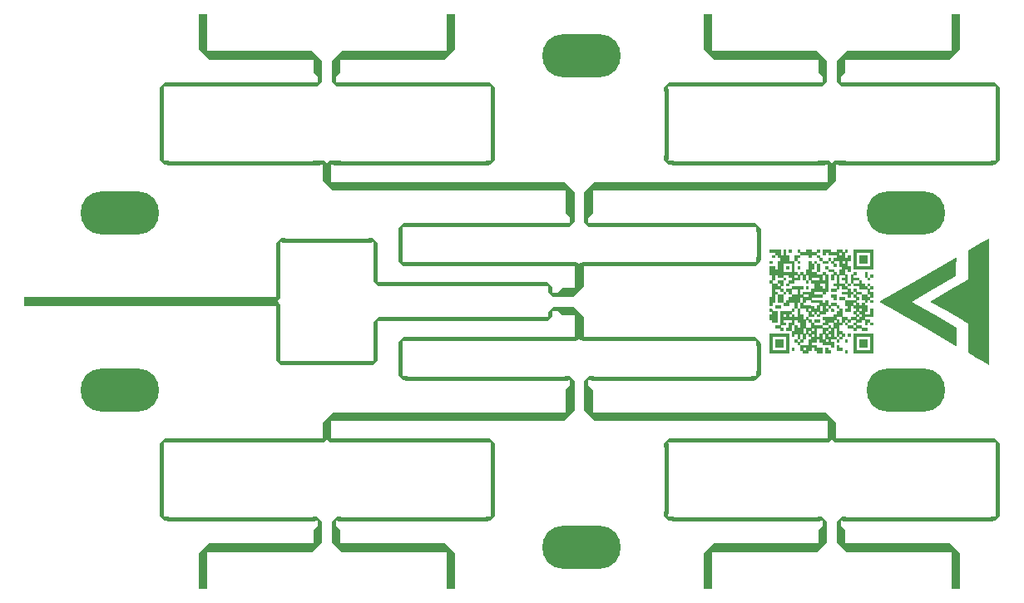
<source format=gtl>
G04 Layer: TopLayer*
G04 EasyEDA Pro v2.2.32.3, 2024-11-23 22:11:16*
G04 Gerber Generator version 0.3*
G04 Scale: 100 percent, Rotated: No, Reflected: No*
G04 Dimensions in millimeters*
G04 Leading zeros omitted, absolute positions, 3 integers and 5 decimals*
%FSLAX35Y35*%
%MOMM*%
%ADD10O,8.0X4.4*%
%ADD11R,0.635X1.1176*%
%ADD12R,0.635X1.1176*%
%ADD13R,1.1176X0.635*%
%ADD14C,0.61*%
%ADD15C,0.4388*%
%ADD16C,0.43*%
G75*


G04 Image Start*
G36*
G01X9851378Y641999D02*
G01X9850776Y641999D01*
G01X9785732Y604378D01*
G01X9720687Y566758D01*
G01X9679762Y543156D01*
G01X9638837Y519554D01*
G01X9638837Y371384D01*
G01X9638837Y223215D01*
G01X9444737Y111152D01*
G01X9250637Y-912D01*
G01X9250651Y-1331D01*
G01X9250666Y-1750D01*
G01X9409840Y-93602D01*
G01X9569015Y-185453D01*
G01X9603894Y-205514D01*
G01X9638773Y-225576D01*
G01X9638972Y-374507D01*
G01X9639171Y-523439D01*
G01X9677925Y-545798D01*
G01X9716678Y-568156D01*
G01X9783636Y-606828D01*
G01X9850595Y-645499D01*
G01X9851287Y-645499D01*
G01X9851980Y-645499D01*
G01X9851980Y-1750D01*
G01X9851980Y641999D01*
G01X9851378Y641999D01*
G37*
G36*
G01X9514896Y447571D02*
G01X9514560Y447571D01*
G01X9127194Y224020D01*
G01X8739829Y468D01*
G01X8738011Y-663D01*
G01X8736193Y-1794D01*
G01X8828547Y-55186D01*
G01X8920900Y-108578D01*
G01X9006424Y-157981D01*
G01X9091949Y-207384D01*
G01X9302085Y-328627D01*
G01X9512221Y-449871D01*
G01X9513725Y-450821D01*
G01X9515228Y-451770D01*
G01X9515228Y-357654D01*
G01X9515228Y-263538D01*
G01X9287552Y-133079D01*
G01X9059877Y-2621D01*
G01X9059349Y-2125D01*
G01X9058820Y-1629D01*
G01X9286857Y129006D01*
G01X9514894Y259640D01*
G01X9515063Y353606D01*
G01X9515232Y447571D01*
G01X9514896Y447571D01*
G37*
G36*
G01X8158149Y-501152D02*
G01X8158149Y-471305D01*
G01X8129473Y-471305D01*
G01X8100798Y-471305D01*
G01X8100798Y-457259D01*
G01X8100798Y-443213D01*
G01X8072123Y-443213D01*
G01X8043447Y-443213D01*
G01X8043447Y-429753D01*
G01X8043447Y-416292D01*
G01X8072123Y-416292D01*
G01X8100798Y-416292D01*
G01X8100798Y-402247D01*
G01X8100798Y-388201D01*
G01X8113673Y-388201D01*
G01X8126547Y-388201D01*
G01X8126547Y-402247D01*
G01X8126547Y-416292D01*
G01X8141167Y-416292D01*
G01X8155787Y-416292D01*
G01X8155944Y-430777D01*
G01X8156100Y-445262D01*
G01X8198675Y-445412D01*
G01X8241249Y-445562D01*
G01X8241249Y-459604D01*
G01X8241249Y-473646D01*
G01X8256464Y-473646D01*
G01X8271680Y-473646D01*
G01X8271680Y-443799D01*
G01X8271680Y-413951D01*
G01X8257634Y-413951D01*
G01X8243589Y-413951D01*
G01X8243589Y-401076D01*
G01X8243589Y-388201D01*
G01X8271094Y-388201D01*
G01X8298599Y-388201D01*
G01X8298599Y-402247D01*
G01X8298599Y-416292D01*
G01X8313815Y-416292D01*
G01X8329030Y-416292D01*
G01X8329030Y-402247D01*
G01X8329030Y-388201D01*
G01X8343075Y-388201D01*
G01X8357120Y-388201D01*
G01X8357120Y-373570D01*
G01X8357120Y-358939D01*
G01X8371751Y-358939D01*
G01X8386381Y-358939D01*
G01X8386381Y-343723D01*
G01X8386381Y-328507D01*
G01X8371751Y-328507D01*
G01X8357120Y-328507D01*
G01X8357120Y-314461D01*
G01X8357120Y-300415D01*
G01X8343075Y-300415D01*
G01X8329030Y-300415D01*
G01X8329030Y-272909D01*
G01X8329030Y-245403D01*
G01X8343075Y-245403D01*
G01X8357120Y-245403D01*
G01X8357120Y-230772D01*
G01X8357120Y-216141D01*
G01X8370580Y-216141D01*
G01X8384040Y-216141D01*
G01X8384040Y-230772D01*
G01X8384040Y-245403D01*
G01X8398085Y-245403D01*
G01X8412130Y-245403D01*
G01X8412130Y-259449D01*
G01X8412130Y-273494D01*
G01X8440805Y-273494D01*
G01X8469481Y-273494D01*
G01X8469481Y-288125D01*
G01X8469481Y-302756D01*
G01X8484696Y-302756D01*
G01X8499912Y-302756D01*
G01X8499912Y-288125D01*
G01X8499912Y-273494D01*
G01X8527417Y-273494D01*
G01X8554921Y-273494D01*
G01X8554921Y-288125D01*
G01X8554921Y-302756D01*
G01X8584767Y-302756D01*
G01X8614613Y-302756D01*
G01X8614613Y-286955D01*
G01X8614613Y-271153D01*
G01X8585938Y-271153D01*
G01X8557262Y-271153D01*
G01X8557262Y-257108D01*
G01X8557262Y-243062D01*
G01X8528587Y-243062D01*
G01X8499912Y-243062D01*
G01X8499912Y-229602D01*
G01X8499912Y-216141D01*
G01X8528587Y-216141D01*
G01X8557262Y-216141D01*
G01X8557262Y-202095D01*
G01X8557262Y-188050D01*
G01X8570722Y-188050D01*
G01X8584182Y-188050D01*
G01X8584182Y-216726D01*
G01X8584182Y-245403D01*
G01X8599397Y-245403D01*
G01X8614613Y-245403D01*
G01X8614613Y-230772D01*
G01X8614613Y-216141D01*
G01X8627488Y-216141D01*
G01X8640362Y-216141D01*
G01X8640362Y-230772D01*
G01X8640362Y-245403D01*
G01X8656172Y-245403D01*
G01X8671983Y-245403D01*
G01X8671827Y-229748D01*
G01X8671671Y-214093D01*
G01X8657187Y-213936D01*
G01X8642703Y-213780D01*
G01X8642703Y-199744D01*
G01X8642703Y-185709D01*
G01X8614613Y-185709D01*
G01X8586523Y-185709D01*
G01X8586523Y-172833D01*
G01X8586523Y-159958D01*
G01X8629243Y-159958D01*
G01X8671964Y-159958D01*
G01X8671964Y-116182D01*
G01X8671964Y-116182D01*
G01X8671261Y-71704D01*
G01X8671261Y-71704D01*
G01X8641064Y-71704D01*
G01X8641064Y-71704D01*
G01X8640362Y-100381D01*
G01X8640362Y-128355D01*
G01X8613442Y-128355D01*
G01X8586523Y-128355D01*
G01X8586523Y-115480D01*
G01X8586523Y-102605D01*
G01X8600568Y-102605D01*
G01X8614613Y-102605D01*
G01X8614613Y-72758D01*
G01X8614613Y-42911D01*
G01X8600568Y-42911D01*
G01X8586523Y-42911D01*
G01X8586523Y-30035D01*
G01X8586523Y-17160D01*
G01X8600568Y-17160D01*
G01X8614613Y-17160D01*
G01X8614613Y-2529D01*
G01X8614613Y12102D01*
G01X8627488Y12102D01*
G01X8640362Y12102D01*
G01X8640362Y-2529D01*
G01X8640362Y-17160D01*
G01X8656163Y-17160D01*
G01X8671964Y-17160D01*
G01X8671964Y-1359D01*
G01X8671964Y14443D01*
G01X8657333Y14443D01*
G01X8642703Y14443D01*
G01X8642703Y27318D01*
G01X8642703Y40193D01*
G01X8657333Y40193D01*
G01X8671964Y40193D01*
G01X8671964Y70040D01*
G01X8671964Y99887D01*
G01X8657333Y99887D01*
G01X8642703Y99887D01*
G01X8642703Y112763D01*
G01X8642703Y125638D01*
G01X8657333Y125638D01*
G01X8671964Y125638D01*
G01X8671964Y141439D01*
G01X8671964Y157241D01*
G01X8657333Y157241D01*
G01X8642703Y157241D01*
G01X8642703Y171286D01*
G01X8642703Y185332D01*
G01X8627488Y185332D01*
G01X8612272Y185332D01*
G01X8612272Y171286D01*
G01X8612272Y157241D01*
G01X8599408Y157241D01*
G01X8586544Y157241D01*
G01X8586387Y171140D01*
G01X8586230Y185039D01*
G01X8571746Y185196D01*
G01X8557262Y185352D01*
G01X8557262Y199388D01*
G01X8557262Y213423D01*
G01X8543217Y213423D01*
G01X8529172Y213423D01*
G01X8529172Y228054D01*
G01X8529172Y242685D01*
G01X8500497Y242685D01*
G01X8471822Y242685D01*
G01X8471822Y255561D01*
G01X8471822Y268436D01*
G01X8485867Y268436D01*
G01X8499912Y268436D01*
G01X8499912Y284237D01*
G01X8499912Y300039D01*
G01X8484696Y300039D01*
G01X8469481Y300039D01*
G01X8469481Y285408D01*
G01X8469481Y270777D01*
G01X8455436Y270777D01*
G01X8441391Y270777D01*
G01X8441391Y228054D01*
G01X8441391Y185332D01*
G01X8427931Y185332D01*
G01X8414471Y185332D01*
G01X8414471Y228054D01*
G01X8414471Y270777D01*
G01X8400426Y270777D01*
G01X8386381Y270777D01*
G01X8386381Y298283D01*
G01X8386381Y325789D01*
G01X8399255Y325789D01*
G01X8412130Y325789D01*
G01X8412130Y311743D01*
G01X8412130Y297698D01*
G01X8427931Y297698D01*
G01X8443731Y297698D01*
G01X8443731Y326960D01*
G01X8443731Y356221D01*
G01X8429101Y356221D01*
G01X8414471Y356221D01*
G01X8414471Y383728D01*
G01X8414471Y411234D01*
G01X8429101Y411234D01*
G01X8443731Y411234D01*
G01X8443731Y441081D01*
G01X8443731Y470928D01*
G01X8427931Y470928D01*
G01X8412130Y470928D01*
G01X8412130Y456882D01*
G01X8412130Y442837D01*
G01X8399255Y442837D01*
G01X8386381Y442837D01*
G01X8386381Y469758D01*
G01X8386381Y496678D01*
G01X8400426Y496678D01*
G01X8414471Y496678D01*
G01X8414471Y512480D01*
G01X8414471Y528281D01*
G01X8399255Y528281D01*
G01X8384040Y528281D01*
G01X8384040Y513650D01*
G01X8384040Y499019D01*
G01X8370580Y499019D01*
G01X8357120Y499019D01*
G01X8357120Y513650D01*
G01X8357120Y528281D01*
G01X8327860Y528281D01*
G01X8298599Y528281D01*
G01X8298599Y513650D01*
G01X8298599Y499019D01*
G01X8271094Y499019D01*
G01X8243589Y499019D01*
G01X8243589Y513650D01*
G01X8243589Y528281D01*
G01X8199699Y528281D01*
G01X8155808Y528281D01*
G01X8155808Y498434D01*
G01X8155808Y468587D01*
G01X8171023Y468587D01*
G01X8186239Y468587D01*
G01X8186239Y482633D01*
G01X8186239Y496678D01*
G01X8199113Y496678D01*
G01X8211988Y496678D01*
G01X8211988Y483335D01*
G01X8211988Y483335D01*
G01X8212690Y469289D01*
G01X8212690Y469289D01*
G01X8255996Y468587D01*
G01X8298599Y468587D01*
G01X8298599Y455722D01*
G01X8298599Y442857D01*
G01X8284115Y442701D01*
G01X8269631Y442544D01*
G01X8269475Y428059D01*
G01X8269318Y413575D01*
G01X8256464Y413575D01*
G01X8243610Y413575D01*
G01X8243453Y428059D01*
G01X8243297Y442544D01*
G01X8228446Y442700D01*
G01X8228446Y442700D01*
G01X8213291Y441647D01*
G01X8211988Y427549D01*
G01X8211988Y413575D01*
G01X8185079Y413575D01*
G01X8158169Y413575D01*
G01X8158013Y428059D01*
G01X8157856Y442544D01*
G01X8143372Y442701D01*
G01X8128888Y442857D01*
G01X8128888Y456893D01*
G01X8128888Y470928D01*
G01X8114843Y470928D01*
G01X8100798Y470928D01*
G01X8100798Y483803D01*
G01X8100798Y496678D01*
G01X8114843Y496678D01*
G01X8128888Y496678D01*
G01X8128888Y512480D01*
G01X8128888Y528281D01*
G01X8113673Y528281D01*
G01X8098457Y528281D01*
G01X8098457Y513650D01*
G01X8098457Y499019D01*
G01X8070952Y499019D01*
G01X8043447Y499019D01*
G01X8043447Y513650D01*
G01X8043447Y528281D01*
G01X8013602Y528281D01*
G01X7983756Y528281D01*
G01X7983756Y513650D01*
G01X7983756Y499019D01*
G01X7956847Y499019D01*
G01X7929937Y499019D01*
G01X7929781Y513504D01*
G01X7929624Y527989D01*
G01X7913970Y528145D01*
G01X7898315Y528300D01*
G01X7898315Y512489D01*
G01X7898315Y496678D01*
G01X7912946Y496678D01*
G01X7927576Y496678D01*
G01X7927576Y483803D01*
G01X7927576Y470928D01*
G01X7898900Y470928D01*
G01X7870225Y470928D01*
G01X7870225Y442251D01*
G01X7870225Y413575D01*
G01X7842720Y413575D01*
G01X7815215Y413575D01*
G01X7815215Y442251D01*
G01X7815215Y470928D01*
G01X7801170Y470928D01*
G01X7787125Y470928D01*
G01X7787125Y499605D01*
G01X7787125Y528281D01*
G01X7771325Y528281D01*
G01X7755524Y528281D01*
G01X7755524Y499605D01*
G01X7755524Y470928D01*
G01X7742649Y470928D01*
G01X7729775Y470928D01*
G01X7729775Y499605D01*
G01X7729775Y528281D01*
G01X7671254Y528281D01*
G01X7612733Y528281D01*
G01X7612733Y512480D01*
G01X7612733Y496678D01*
G01X7641408Y496678D01*
G01X7670083Y496678D01*
G01X7670083Y483803D01*
G01X7670083Y470928D01*
G01X7656038Y470928D01*
G01X7641993Y470928D01*
G01X7641993Y455712D01*
G01X7641993Y440496D01*
G01X7657209Y440496D01*
G01X7672424Y440496D01*
G01X7672424Y454541D01*
G01X7672424Y468587D01*
G01X7685288Y468587D01*
G01X7698152Y468587D01*
G01X7698309Y454688D01*
G01X7698466Y440788D01*
G01X7712950Y440632D01*
G01X7727434Y440475D01*
G01X7727434Y427035D01*
G01X7727434Y413595D01*
G01X7712950Y413439D01*
G01X7698466Y413282D01*
G01X7698316Y370706D01*
G01X7698166Y328130D01*
G01X7685295Y328130D01*
G01X7672424Y328130D01*
G01X7672424Y342176D01*
G01X7672424Y356221D01*
G01X7642578Y356221D01*
G01X7612733Y356221D01*
G01X7612733Y312329D01*
G01X7612733Y268436D01*
G01X7627363Y268436D01*
G01X7641993Y268436D01*
G01X7641993Y240930D01*
G01X7641993Y213423D01*
G01X7627363Y213423D01*
G01X7612733Y213423D01*
G01X7612733Y198207D01*
G01X7612733Y182991D01*
G01X7627363Y182991D01*
G01X7641993Y182991D01*
G01X7641993Y112763D01*
G01X7641993Y42534D01*
G01X7627363Y42534D01*
G01X7612733Y42534D01*
G01X7612733Y-1359D01*
G01X7612733Y-45252D01*
G01X7628533Y-45252D01*
G01X7644334Y-45252D01*
G01X7644334Y-31206D01*
G01X7644334Y-17160D01*
G01X7658379Y-17160D01*
G01X7672424Y-17160D01*
G01X7672424Y25562D01*
G01X7672424Y68284D01*
G01X7685295Y68284D01*
G01X7698166Y68284D01*
G01X7698316Y25708D01*
G01X7698466Y-16868D01*
G01X7726995Y-17019D01*
G01X7755524Y-17171D01*
G01X7755524Y-31211D01*
G01X7755524Y-45252D01*
G01X7785370Y-45252D01*
G01X7815215Y-45252D01*
G01X7815215Y-31206D01*
G01X7815215Y-17160D01*
G01X7842720Y-17160D01*
G01X7870225Y-17160D01*
G01X7870225Y-44081D01*
G01X7870225Y-71002D01*
G01X7856297Y-71002D01*
G01X7856297Y-71002D01*
G01X7842194Y-72231D01*
G01X7840965Y-86335D01*
G01X7840965Y-100264D01*
G01X7784199Y-100264D01*
G01X7727434Y-100264D01*
G01X7727434Y-171663D01*
G01X7727434Y-243062D01*
G01X7698758Y-243062D01*
G01X7670083Y-243062D01*
G01X7670083Y-258278D01*
G01X7670083Y-273494D01*
G01X7698758Y-273494D01*
G01X7727434Y-273494D01*
G01X7727434Y-288125D01*
G01X7727434Y-302756D01*
G01X7742649Y-302756D01*
G01X7757865Y-302756D01*
G01X7757865Y-286955D01*
G01X7757865Y-271153D01*
G01X7743820Y-271153D01*
G01X7729775Y-271153D01*
G01X7729775Y-258278D01*
G01X7729775Y-245403D01*
G01X7758459Y-245403D01*
G01X7787144Y-245403D01*
G01X7786988Y-229748D01*
G01X7786833Y-214093D01*
G01X7772349Y-213936D01*
G01X7757865Y-213780D01*
G01X7757865Y-200915D01*
G01X7757865Y-188050D01*
G01X7799415Y-188050D01*
G01X7840965Y-188050D01*
G01X7840965Y-200914D01*
G01X7840965Y-213779D01*
G01X7827066Y-213936D01*
G01X7813167Y-214093D01*
G01X7813015Y-242623D01*
G01X7812863Y-271153D01*
G01X7798824Y-271153D01*
G01X7784784Y-271153D01*
G01X7784784Y-286955D01*
G01X7784784Y-302756D01*
G01X7812875Y-302756D01*
G01X7840965Y-302756D01*
G01X7840965Y-330848D01*
G01X7840965Y-358939D01*
G01X7856765Y-358939D01*
G01X7872566Y-358939D01*
G01X7872566Y-344893D01*
G01X7872566Y-330848D01*
G01X7885441Y-330848D01*
G01X7898315Y-330848D01*
G01X7898315Y-358354D01*
G01X7898315Y-385860D01*
G01X7884270Y-385860D01*
G01X7870225Y-385860D01*
G01X7870225Y-401076D01*
G01X7870225Y-416292D01*
G01X7884260Y-416292D01*
G01X7898295Y-416292D01*
G01X7898451Y-430777D01*
G01X7898608Y-445262D01*
G01X7913092Y-445418D01*
G01X7927576Y-445575D01*
G01X7927576Y-473656D01*
G01X7927576Y-501737D01*
G01X7941621Y-501737D01*
G01X7955666Y-501737D01*
G01X7955666Y-516368D01*
G01X7955666Y-530999D01*
G01X7985512Y-530999D01*
G01X8015357Y-530999D01*
G01X8015357Y-516368D01*
G01X8015357Y-501737D01*
G01X8029402Y-501737D01*
G01X8043447Y-501737D01*
G01X8043447Y-487691D01*
G01X8043447Y-473646D01*
G01X8056907Y-473646D01*
G01X8070367Y-473646D01*
G01X8070367Y-487691D01*
G01X8070367Y-501737D01*
G01X8084412Y-501737D01*
G01X8098457Y-501737D01*
G01X8098457Y-516368D01*
G01X8098457Y-530999D01*
G01X8128303Y-530999D01*
G01X8158149Y-530999D01*
G01X8158149Y-501152D01*
G37*
%LPC*%
G36*
G01X8414471Y-171663D02*
G01X8414471Y-157617D01*
G01X8385796Y-157617D01*
G01X8357120Y-157617D01*
G01X8357120Y-115012D01*
G01X8357120Y-115012D01*
G01X8356418Y-71704D01*
G01X8356418Y-71704D01*
G01X8342373Y-71002D01*
G01X8329030Y-71002D01*
G01X8329030Y-56956D01*
G01X8329030Y-42911D01*
G01X8314985Y-42911D01*
G01X8300940Y-42911D01*
G01X8300940Y-28865D01*
G01X8300940Y-14819D01*
G01X8271094Y-14819D01*
G01X8241249Y-14819D01*
G01X8241249Y-28865D01*
G01X8241249Y-42911D01*
G01X8227789Y-42911D01*
G01X8214329Y-42911D01*
G01X8214329Y-14234D01*
G01X8214329Y14443D01*
G01X8199113Y14443D01*
G01X8183898Y14443D01*
G01X8183898Y-188D01*
G01X8183898Y-14819D01*
G01X8171023Y-14819D01*
G01X8158149Y-14819D01*
G01X8158149Y-188D01*
G01X8158149Y14443D01*
G01X8100798Y14443D01*
G01X8043447Y14443D01*
G01X8043447Y27318D01*
G01X8043447Y40193D01*
G01X8100798Y40193D01*
G01X8158149Y40193D01*
G01X8158149Y54239D01*
G01X8158149Y68284D01*
G01X8171492Y68284D01*
G01X8171492Y68284D01*
G01X8185048Y69523D01*
G01X8186239Y83618D01*
G01X8186239Y97546D01*
G01X8200284Y97546D01*
G01X8214329Y97546D01*
G01X8214329Y184162D01*
G01X8214329Y270777D01*
G01X8200284Y270777D01*
G01X8186239Y270777D01*
G01X8186239Y285408D01*
G01X8186239Y300039D01*
G01X8171023Y300039D01*
G01X8155808Y300039D01*
G01X8155808Y285408D01*
G01X8155808Y270777D01*
G01X8128303Y270777D01*
G01X8100798Y270777D01*
G01X8100798Y284237D01*
G01X8100798Y297698D01*
G01X8114843Y297698D01*
G01X8128888Y297698D01*
G01X8128888Y341590D01*
G01X8128888Y385483D01*
G01X8114843Y385483D01*
G01X8100798Y385483D01*
G01X8100798Y399529D01*
G01X8100798Y413575D01*
G01X8085583Y413575D01*
G01X8070367Y413575D01*
G01X8070367Y399529D01*
G01X8070367Y385483D01*
G01X8056907Y385483D01*
G01X8043447Y385483D01*
G01X8043447Y399529D01*
G01X8043447Y413575D01*
G01X8028232Y413575D01*
G01X8013016Y413575D01*
G01X8013016Y370852D01*
G01X8013016Y328130D01*
G01X7998386Y328130D01*
G01X7983756Y328130D01*
G01X7983756Y299453D01*
G01X7983756Y270777D01*
G01X7970881Y270777D01*
G01X7958007Y270777D01*
G01X7958007Y285408D01*
G01X7958007Y300039D01*
G01X7942791Y300039D01*
G01X7927576Y300039D01*
G01X7927576Y285408D01*
G01X7927576Y270777D01*
G01X7914116Y270777D01*
G01X7900656Y270777D01*
G01X7900656Y285408D01*
G01X7900656Y300039D01*
G01X7886611Y300039D01*
G01X7872566Y300039D01*
G01X7872566Y355636D01*
G01X7872566Y411234D01*
G01X7885441Y411234D01*
G01X7898315Y411234D01*
G01X7898315Y397179D01*
G01X7898315Y383123D01*
G01X7913970Y383279D01*
G01X7929624Y383435D01*
G01X7929624Y398359D01*
G01X7929624Y413282D01*
G01X7915140Y413439D01*
G01X7900656Y413595D01*
G01X7900656Y427035D01*
G01X7900656Y440475D01*
G01X7915140Y440632D01*
G01X7929624Y440788D01*
G01X7929781Y454688D01*
G01X7929938Y468587D01*
G01X7971477Y468587D01*
G01X8013016Y468587D01*
G01X8013016Y454541D01*
G01X8013016Y440496D01*
G01X8028232Y440496D01*
G01X8043447Y440496D01*
G01X8043447Y454541D01*
G01X8043447Y468587D01*
G01X8070952Y468587D01*
G01X8098457Y468587D01*
G01X8098457Y454541D01*
G01X8098457Y440496D01*
G01X8112502Y440496D01*
G01X8126547Y440496D01*
G01X8126547Y425865D01*
G01X8126547Y411234D01*
G01X8141178Y411234D01*
G01X8155808Y411234D01*
G01X8155808Y397188D01*
G01X8155808Y383142D01*
G01X8185068Y383142D01*
G01X8214329Y383142D01*
G01X8214329Y397188D01*
G01X8214329Y411234D01*
G01X8227789Y411234D01*
G01X8241249Y411234D01*
G01X8241249Y397188D01*
G01X8241249Y383142D01*
G01X8255294Y383142D01*
G01X8269339Y383142D01*
G01X8269339Y368511D01*
G01X8269339Y353880D01*
G01X8285139Y353880D01*
G01X8300940Y353880D01*
G01X8300940Y369682D01*
G01X8300940Y385483D01*
G01X8286310Y385483D01*
G01X8271680Y385483D01*
G01X8271680Y398359D01*
G01X8271680Y411234D01*
G01X8299184Y411234D01*
G01X8326689Y411234D01*
G01X8326689Y382557D01*
G01X8326689Y353880D01*
G01X8340734Y353880D01*
G01X8354779Y353880D01*
G01X8354779Y341005D01*
G01X8354779Y328130D01*
G01X8340734Y328130D01*
G01X8326689Y328130D01*
G01X8326689Y299453D01*
G01X8326689Y270777D01*
G01X8313815Y270777D01*
G01X8300940Y270777D01*
G01X8300940Y285408D01*
G01X8300940Y300039D01*
G01X8286310Y300039D01*
G01X8271680Y300039D01*
G01X8271680Y314084D01*
G01X8271680Y328130D01*
G01X8243004Y328130D01*
G01X8214329Y328130D01*
G01X8214329Y342176D01*
G01X8214329Y356221D01*
G01X8199113Y356221D01*
G01X8183898Y356221D01*
G01X8183898Y341005D01*
G01X8183898Y325789D01*
G01X8197943Y325789D01*
G01X8211988Y325789D01*
G01X8211988Y312446D01*
G01X8211988Y312446D01*
G01X8211878Y303063D01*
G01X8214143Y298779D01*
G01X8241366Y297698D01*
G01X8269339Y297698D01*
G01X8269339Y284237D01*
G01X8269339Y270777D01*
G01X8255288Y270777D01*
G01X8241238Y270777D01*
G01X8241390Y241076D01*
G01X8241541Y211375D01*
G01X8256464Y211375D01*
G01X8271387Y211375D01*
G01X8271539Y239905D01*
G01X8271691Y268436D01*
G01X8285145Y268436D01*
G01X8298599Y268436D01*
G01X8298599Y226884D01*
G01X8298599Y185332D01*
G01X8283969Y185332D01*
G01X8269339Y185332D01*
G01X8269339Y170116D01*
G01X8269339Y154900D01*
G01X8283969Y154900D01*
G01X8298599Y154900D01*
G01X8298599Y141439D01*
G01X8298599Y127979D01*
G01X8269924Y127979D01*
G01X8241249Y127979D01*
G01X8241249Y112763D01*
G01X8241249Y97546D01*
G01X8271094Y97546D01*
G01X8300940Y97546D01*
G01X8300940Y111592D01*
G01X8300940Y125638D01*
G01X8314985Y125638D01*
G01X8329030Y125638D01*
G01X8329030Y140269D01*
G01X8329030Y154900D01*
G01X8341895Y154900D01*
G01X8354759Y154900D01*
G01X8354915Y140415D01*
G01X8355072Y125930D01*
G01X8383601Y125779D01*
G01X8412130Y125627D01*
G01X8412130Y112763D01*
G01X8412130Y99898D01*
G01X8383601Y99747D01*
G01X8355072Y99595D01*
G01X8354916Y84743D01*
G01X8354916Y84743D01*
G01X8354677Y74242D01*
G01X8356862Y69465D01*
G01X8384112Y68284D01*
G01X8412130Y68284D01*
G01X8412130Y54239D01*
G01X8412130Y40193D01*
G01X8427931Y40193D01*
G01X8443731Y40193D01*
G01X8443731Y54239D01*
G01X8443731Y68284D01*
G01X8456606Y68284D01*
G01X8469481Y68284D01*
G01X8469481Y54239D01*
G01X8469481Y40193D01*
G01X8483526Y40193D01*
G01X8497571Y40193D01*
G01X8497571Y27318D01*
G01X8497571Y14443D01*
G01X8441976Y14443D01*
G01X8386381Y14443D01*
G01X8386381Y28488D01*
G01X8386381Y42534D01*
G01X8356535Y42534D01*
G01X8326689Y42534D01*
G01X8326689Y27318D01*
G01X8326689Y12102D01*
G01X8355365Y12102D01*
G01X8384040Y12102D01*
G01X8384040Y-16575D01*
G01X8384040Y-45252D01*
G01X8398085Y-45252D01*
G01X8412130Y-45252D01*
G01X8412130Y-58127D01*
G01X8412130Y-71002D01*
G01X8398787Y-71002D01*
G01X8398787Y-71002D01*
G01X8385215Y-72317D01*
G01X8384040Y-87506D01*
G01X8384040Y-102605D01*
G01X8413886Y-102605D01*
G01X8443731Y-102605D01*
G01X8443731Y-73928D01*
G01X8443731Y-45252D01*
G01X8456606Y-45252D01*
G01X8469481Y-45252D01*
G01X8469481Y-59297D01*
G01X8469481Y-73343D01*
G01X8483526Y-73343D01*
G01X8497571Y-73343D01*
G01X8497571Y-86804D01*
G01X8497571Y-100264D01*
G01X8483526Y-100264D01*
G01X8469481Y-100264D01*
G01X8469481Y-115480D01*
G01X8469481Y-130696D01*
G01X8483526Y-130696D01*
G01X8497571Y-130696D01*
G01X8497571Y-144157D01*
G01X8497571Y-157617D01*
G01X8469481Y-157617D01*
G01X8441391Y-157617D01*
G01X8441391Y-171663D01*
G01X8441391Y-185709D01*
G01X8427931Y-185709D01*
G01X8414471Y-185709D01*
G01X8414471Y-171663D01*
G37*
%LPD*%
G36*
G01X8300940Y41364D02*
G01X8300940Y70625D01*
G01X8271094Y70625D01*
G01X8241249Y70625D01*
G01X8241249Y55409D01*
G01X8241249Y40193D01*
G01X8255294Y40193D01*
G01X8269339Y40193D01*
G01X8269339Y26147D01*
G01X8269339Y12102D01*
G01X8285139Y12102D01*
G01X8300940Y12102D01*
G01X8300940Y41364D01*
G37*
G36*
G01X7929653Y326532D02*
G01X7929653Y326532D01*
G01X7929781Y341602D01*
G01X7929624Y355929D01*
G01X7913970Y356085D01*
G01X7898315Y356241D01*
G01X7898315Y341015D01*
G01X7898315Y325789D01*
G01X7913842Y325789D01*
G01X7913842Y325789D01*
G01X7929653Y326532D01*
G37*
%LPC*%
G36*
G01X7929917Y98132D02*
G01X7929917Y125638D01*
G01X7943962Y125638D01*
G01X7958007Y125638D01*
G01X7958007Y141439D01*
G01X7958007Y157241D01*
G01X7899486Y157241D01*
G01X7840965Y157241D01*
G01X7840965Y142610D01*
G01X7840965Y127979D01*
G01X7812875Y127979D01*
G01X7784784Y127979D01*
G01X7784784Y113933D01*
G01X7784784Y99887D01*
G01X7771325Y99887D01*
G01X7757865Y99887D01*
G01X7757865Y113933D01*
G01X7757865Y127979D01*
G01X7743820Y127979D01*
G01X7729775Y127979D01*
G01X7729775Y141439D01*
G01X7729775Y154900D01*
G01X7743820Y154900D01*
G01X7757865Y154900D01*
G01X7757865Y182981D01*
G01X7757865Y211062D01*
G01X7772349Y211219D01*
G01X7786833Y211375D01*
G01X7786988Y227030D01*
G01X7787144Y242685D01*
G01X7772505Y242685D01*
G01X7757865Y242685D01*
G01X7757865Y255561D01*
G01X7757865Y268436D01*
G01X7785370Y268436D01*
G01X7812875Y268436D01*
G01X7812875Y254390D01*
G01X7812875Y240344D01*
G01X7826920Y240344D01*
G01X7840965Y240344D01*
G01X7840965Y226884D01*
G01X7840965Y213423D01*
G01X7826920Y213423D01*
G01X7812875Y213423D01*
G01X7812875Y199378D01*
G01X7812875Y185332D01*
G01X7798829Y185332D01*
G01X7784784Y185332D01*
G01X7784784Y170116D01*
G01X7784784Y154900D01*
G01X7800000Y154900D01*
G01X7815215Y154900D01*
G01X7815215Y168945D01*
G01X7815215Y182991D01*
G01X7843891Y182991D01*
G01X7872566Y182991D01*
G01X7872566Y197031D01*
G01X7872566Y211071D01*
G01X7901095Y211223D01*
G01X7929624Y211375D01*
G01X7929776Y239905D01*
G01X7929928Y268436D01*
G01X7942791Y268436D01*
G01X7955655Y268436D01*
G01X7955807Y239905D01*
G01X7955958Y211375D01*
G01X7969857Y211218D01*
G01X7983756Y211061D01*
G01X7983756Y197026D01*
G01X7983756Y182991D01*
G01X7999557Y182991D01*
G01X8015357Y182991D01*
G01X8015357Y197037D01*
G01X8015357Y211082D01*
G01X8028232Y211082D01*
G01X8041107Y211082D01*
G01X8041107Y197037D01*
G01X8041107Y182991D01*
G01X8055737Y182991D01*
G01X8070367Y182991D01*
G01X8070367Y155485D01*
G01X8070367Y127979D01*
G01X8055737Y127979D01*
G01X8041107Y127979D01*
G01X8041107Y113933D01*
G01X8041107Y99887D01*
G01X7998386Y99887D01*
G01X7955666Y99887D01*
G01X7955666Y85256D01*
G01X7955666Y70625D01*
G01X7942791Y70625D01*
G01X7929917Y70625D01*
G01X7929917Y98132D01*
G37*
%LPD*%
G36*
G01X8015357Y141439D02*
G01X8015357Y157241D01*
G01X7999557Y157241D01*
G01X7983756Y157241D01*
G01X7983756Y141439D01*
G01X7983756Y125638D01*
G01X7999557Y125638D01*
G01X8015357Y125638D01*
G01X8015357Y141439D01*
G37*
%LPC*%
G36*
G01X8072708Y-229602D02*
G01X8072708Y-216141D01*
G01X8100798Y-216141D01*
G01X8128888Y-216141D01*
G01X8128888Y-200925D01*
G01X8128888Y-185709D01*
G01X8099628Y-185709D01*
G01X8070367Y-185709D01*
G01X8070367Y-199754D01*
G01X8070367Y-213800D01*
G01X8056907Y-213800D01*
G01X8043447Y-213800D01*
G01X8043447Y-199754D01*
G01X8043447Y-185709D01*
G01X8029402Y-185709D01*
G01X8015357Y-185709D01*
G01X8015357Y-172833D01*
G01X8015357Y-159958D01*
G01X8043330Y-159958D01*
G01X8043330Y-159958D01*
G01X8070567Y-158841D01*
G01X8072823Y-154389D01*
G01X8072708Y-144625D01*
G01X8072708Y-130696D01*
G01X8085583Y-130696D01*
G01X8098457Y-130696D01*
G01X8098457Y-145327D01*
G01X8098457Y-159958D01*
G01X8113673Y-159958D01*
G01X8128888Y-159958D01*
G01X8128888Y-145327D01*
G01X8128888Y-130696D01*
G01X8157563Y-130696D01*
G01X8186239Y-130696D01*
G01X8186239Y-116651D01*
G01X8186239Y-102605D01*
G01X8200284Y-102605D01*
G01X8214329Y-102605D01*
G01X8214329Y-87974D01*
G01X8214329Y-73343D01*
G01X8227789Y-73343D01*
G01X8241249Y-73343D01*
G01X8241249Y-87974D01*
G01X8241249Y-102605D01*
G01X8256464Y-102605D01*
G01X8271680Y-102605D01*
G01X8271680Y-87506D01*
G01X8271680Y-87506D01*
G01X8270505Y-72317D01*
G01X8256932Y-71002D01*
G01X8243589Y-71002D01*
G01X8243589Y-58127D01*
G01X8243589Y-45252D01*
G01X8271094Y-45252D01*
G01X8298599Y-45252D01*
G01X8298599Y-59297D01*
G01X8298599Y-73343D01*
G01X8312644Y-73343D01*
G01X8326689Y-73343D01*
G01X8326689Y-86804D01*
G01X8326689Y-100264D01*
G01X8312644Y-100264D01*
G01X8298599Y-100264D01*
G01X8298599Y-114310D01*
G01X8298599Y-128355D01*
G01X8283969Y-128355D01*
G01X8269339Y-128355D01*
G01X8269339Y-142986D01*
G01X8269339Y-157617D01*
G01X8212573Y-157617D01*
G01X8155808Y-157617D01*
G01X8155808Y-172833D01*
G01X8155808Y-188050D01*
G01X8169853Y-188050D01*
G01X8183898Y-188050D01*
G01X8183898Y-200914D01*
G01X8183898Y-213779D01*
G01X8169999Y-213936D01*
G01X8156100Y-214093D01*
G01X8155944Y-228577D01*
G01X8155787Y-243062D01*
G01X8114248Y-243062D01*
G01X8072708Y-243062D01*
G01X8072708Y-229602D01*
G37*
G36*
G01X8557262Y85256D02*
G01X8557262Y99887D01*
G01X8528587Y99887D01*
G01X8499912Y99887D01*
G01X8499912Y113933D01*
G01X8499912Y127979D01*
G01X8484696Y127979D01*
G01X8469481Y127979D01*
G01X8469481Y113933D01*
G01X8469481Y99887D01*
G01X8456606Y99887D01*
G01X8443731Y99887D01*
G01X8443731Y113933D01*
G01X8443731Y127979D01*
G01X8429101Y127979D01*
G01X8414471Y127979D01*
G01X8414471Y141439D01*
G01X8414471Y154900D01*
G01X8429101Y154900D01*
G01X8443731Y154900D01*
G01X8443731Y168945D01*
G01X8443731Y182991D01*
G01X8456606Y182991D01*
G01X8469481Y182991D01*
G01X8469481Y168945D01*
G01X8469481Y154900D01*
G01X8498156Y154900D01*
G01X8526831Y154900D01*
G01X8526831Y140269D01*
G01X8526831Y125638D01*
G01X8569552Y125638D01*
G01X8612272Y125638D01*
G01X8612272Y98132D01*
G01X8612272Y70625D01*
G01X8584767Y70625D01*
G01X8557262Y70625D01*
G01X8557262Y85256D01*
G37*
G36*
G01X8072708Y-57659D02*
G01X8072708Y-57659D01*
G01X8072006Y-43613D01*
G01X8072006Y-43613D01*
G01X8014655Y-42911D01*
G01X7958007Y-42911D01*
G01X7958007Y-30035D01*
G01X7958007Y-17160D01*
G01X7972052Y-17160D01*
G01X7986097Y-17160D01*
G01X7986097Y-2529D01*
G01X7986097Y12102D01*
G01X8013602Y12102D01*
G01X8041107Y12102D01*
G01X8041107Y-2529D01*
G01X8041107Y-17160D01*
G01X8083827Y-17160D01*
G01X8126547Y-17160D01*
G01X8126547Y-30035D01*
G01X8126547Y-42911D01*
G01X8112502Y-42911D01*
G01X8098457Y-42911D01*
G01X8098457Y-56956D01*
G01X8098457Y-71002D01*
G01X8085583Y-71002D01*
G01X8072708Y-71002D01*
G01X8072708Y-57659D01*
G37*
G36*
G01X7929917Y-429753D02*
G01X7929917Y-416292D01*
G01X7943962Y-416292D01*
G01X7958007Y-416292D01*
G01X7958007Y-402247D01*
G01X7958007Y-388201D01*
G01X7972052Y-388201D01*
G01X7986097Y-388201D01*
G01X7986097Y-359524D01*
G01X7986097Y-330848D01*
G01X7999557Y-330848D01*
G01X8013016Y-330848D01*
G01X8013016Y-344893D01*
G01X8013016Y-358939D01*
G01X8027062Y-358939D01*
G01X8041107Y-358939D01*
G01X8041107Y-372400D01*
G01X8041107Y-385860D01*
G01X8027062Y-385860D01*
G01X8013016Y-385860D01*
G01X8013016Y-414537D01*
G01X8013016Y-443213D01*
G01X7971467Y-443213D01*
G01X7929917Y-443213D01*
G01X7929917Y-429753D01*
G37*
G36*
G01X8529172Y-28865D02*
G01X8529172Y-14819D01*
G01X8514542Y-14819D01*
G01X8499912Y-14819D01*
G01X8499912Y-1359D01*
G01X8499912Y12102D01*
G01X8514542Y12102D01*
G01X8529172Y12102D01*
G01X8529172Y27318D01*
G01X8529172Y42534D01*
G01X8514542Y42534D01*
G01X8499912Y42534D01*
G01X8499912Y55409D01*
G01X8499912Y68284D01*
G01X8527417Y68284D01*
G01X8554921Y68284D01*
G01X8554921Y40193D01*
G01X8554921Y12102D01*
G01X8569552Y12102D01*
G01X8584182Y12102D01*
G01X8584182Y-1359D01*
G01X8584182Y-14819D01*
G01X8569552Y-14819D01*
G01X8554921Y-14819D01*
G01X8554921Y-28865D01*
G01X8554921Y-42911D01*
G01X8542047Y-42911D01*
G01X8529172Y-42911D01*
G01X8529172Y-28865D01*
G37*
G36*
G01X7958007Y-157032D02*
G01X7958007Y-128355D01*
G01X7943962Y-128355D01*
G01X7929917Y-128355D01*
G01X7929917Y-100849D01*
G01X7929917Y-73343D01*
G01X7956836Y-73343D01*
G01X7983756Y-73343D01*
G01X7983756Y-87974D01*
G01X7983756Y-102605D01*
G01X7998386Y-102605D01*
G01X8013016Y-102605D01*
G01X8013016Y-130111D01*
G01X8013016Y-157617D01*
G01X7998386Y-157617D01*
G01X7983756Y-157617D01*
G01X7983756Y-171663D01*
G01X7983756Y-185709D01*
G01X7970881Y-185709D01*
G01X7958007Y-185709D01*
G01X7958007Y-157032D01*
G37*
G36*
G01X7757865Y26733D02*
G01X7757865Y68284D01*
G01X7771793Y68284D01*
G01X7771793Y68284D01*
G01X7785896Y69513D01*
G01X7787125Y83618D01*
G01X7787125Y97546D01*
G01X7800000Y97546D01*
G01X7812875Y97546D01*
G01X7812875Y83618D01*
G01X7812875Y83618D01*
G01X7814065Y69523D01*
G01X7827622Y68284D01*
G01X7840965Y68284D01*
G01X7840965Y55409D01*
G01X7840965Y42534D01*
G01X7826920Y42534D01*
G01X7812875Y42534D01*
G01X7812875Y28488D01*
G01X7812875Y14443D01*
G01X7798829Y14443D01*
G01X7784784Y14443D01*
G01X7784784Y-188D01*
G01X7784784Y-14819D01*
G01X7771325Y-14819D01*
G01X7757865Y-14819D01*
G01X7757865Y26733D01*
G37*
G36*
G01X7644334Y198197D02*
G01X7644334Y211061D01*
G01X7658233Y211218D01*
G01X7672131Y211375D01*
G01X7672283Y239905D01*
G01X7672435Y268436D01*
G01X7685294Y268436D01*
G01X7698152Y268436D01*
G01X7698309Y254536D01*
G01X7698466Y240637D01*
G01X7726995Y240485D01*
G01X7755524Y240333D01*
G01X7755524Y226884D01*
G01X7755524Y213435D01*
G01X7726995Y213283D01*
G01X7698466Y213131D01*
G01X7698309Y199231D01*
G01X7698152Y185332D01*
G01X7671243Y185332D01*
G01X7644334Y185332D01*
G01X7644334Y198197D01*
G37*
G36*
G01X7757865Y341590D02*
G01X7757865Y383142D01*
G01X7799415Y383142D01*
G01X7840965Y383142D01*
G01X7840965Y341590D01*
G01X7840965Y300039D01*
G01X7799415Y300039D01*
G01X7757865Y300039D01*
G01X7757865Y341590D01*
G37*
%LPD*%
G36*
G01X7815215Y341005D02*
G01X7815215Y356221D01*
G01X7800000Y356221D01*
G01X7784784Y356221D01*
G01X7784784Y341005D01*
G01X7784784Y325789D01*
G01X7800000Y325789D01*
G01X7815215Y325789D01*
G01X7815215Y341005D01*
G37*
%LPC*%
G36*
G01X7872566Y-142986D02*
G01X7872566Y-128355D01*
G01X7857936Y-128355D01*
G01X7843305Y-128355D01*
G01X7843305Y-115480D01*
G01X7843305Y-102605D01*
G01X7857936Y-102605D01*
G01X7872566Y-102605D01*
G01X7872566Y-87974D01*
G01X7872566Y-73343D01*
G01X7885441Y-73343D01*
G01X7898315Y-73343D01*
G01X7898315Y-115480D01*
G01X7898315Y-157617D01*
G01X7885441Y-157617D01*
G01X7872566Y-157617D01*
G01X7872566Y-142986D01*
G37*
G36*
G01X8100798Y-315046D02*
G01X8100798Y-273494D01*
G01X8128303Y-273494D01*
G01X8155808Y-273494D01*
G01X8155808Y-301001D01*
G01X8155808Y-328507D01*
G01X8141178Y-328507D01*
G01X8126547Y-328507D01*
G01X8126547Y-342552D01*
G01X8126547Y-356598D01*
G01X8113673Y-356598D01*
G01X8100798Y-356598D01*
G01X8100798Y-315046D01*
G37*
G36*
G01X7986097Y-229602D02*
G01X7986097Y-188050D01*
G01X7999557Y-188050D01*
G01X8013016Y-188050D01*
G01X8013016Y-202095D01*
G01X8013016Y-216141D01*
G01X8027062Y-216141D01*
G01X8041107Y-216141D01*
G01X8041107Y-243647D01*
G01X8041107Y-271153D01*
G01X8013602Y-271153D01*
G01X7986097Y-271153D01*
G01X7986097Y-229602D01*
G37*
G36*
G01X7900656Y-257108D02*
G01X7900656Y-243062D01*
G01X7886611Y-243062D01*
G01X7872566Y-243062D01*
G01X7872566Y-215556D01*
G01X7872566Y-188050D01*
G01X7885441Y-188050D01*
G01X7898315Y-188050D01*
G01X7898315Y-202095D01*
G01X7898315Y-216141D01*
G01X7912946Y-216141D01*
G01X7927576Y-216141D01*
G01X7927576Y-243647D01*
G01X7927576Y-271153D01*
G01X7914116Y-271153D01*
G01X7900656Y-271153D01*
G01X7900656Y-257108D01*
G37*
G36*
G01X8414471Y-229602D02*
G01X8414471Y-216141D01*
G01X8429101Y-216141D01*
G01X8443731Y-216141D01*
G01X8443731Y-202095D01*
G01X8443731Y-188050D01*
G01X8470651Y-188050D01*
G01X8497571Y-188050D01*
G01X8497571Y-200914D01*
G01X8497571Y-213779D01*
G01X8483672Y-213936D01*
G01X8469773Y-214093D01*
G01X8469617Y-228577D01*
G01X8469460Y-243062D01*
G01X8441966Y-243062D01*
G01X8414471Y-243062D01*
G01X8414471Y-229602D01*
G37*
G36*
G01X7700514Y85256D02*
G01X7700514Y99887D01*
G01X7686469Y99887D01*
G01X7672424Y99887D01*
G01X7672424Y112763D01*
G01X7672424Y125638D01*
G01X7699929Y125638D01*
G01X7727434Y125638D01*
G01X7727434Y111592D01*
G01X7727434Y97546D01*
G01X7741479Y97546D01*
G01X7755524Y97546D01*
G01X7755524Y84086D01*
G01X7755524Y70625D01*
G01X7728019Y70625D01*
G01X7700514Y70625D01*
G01X7700514Y85256D01*
G37*
G36*
G01X8329030Y226884D02*
G01X8329030Y268436D01*
G01X8356535Y268436D01*
G01X8384040Y268436D01*
G01X8384040Y255571D01*
G01X8384040Y242706D01*
G01X8369556Y242549D01*
G01X8355072Y242393D01*
G01X8355072Y226884D01*
G01X8355072Y211375D01*
G01X8369556Y211219D01*
G01X8384040Y211062D01*
G01X8384040Y198197D01*
G01X8384040Y185332D01*
G01X8356535Y185332D01*
G01X8329030Y185332D01*
G01X8329030Y226884D01*
G37*
G36*
G01X8043447Y312914D02*
G01X8043447Y325789D01*
G01X8057375Y325789D01*
G01X8057375Y325789D01*
G01X8067139Y325674D01*
G01X8071591Y327930D01*
G01X8072708Y355168D01*
G01X8072708Y383142D01*
G01X8085583Y383142D01*
G01X8098457Y383142D01*
G01X8098457Y341590D01*
G01X8098457Y300039D01*
G01X8070952Y300039D01*
G01X8043447Y300039D01*
G01X8043447Y312914D01*
G37*
G36*
G01X8243589Y-257108D02*
G01X8243589Y-243062D01*
G01X8228959Y-243062D01*
G01X8214329Y-243062D01*
G01X8214329Y-229602D01*
G01X8214329Y-216141D01*
G01X8241834Y-216141D01*
G01X8269339Y-216141D01*
G01X8269339Y-243647D01*
G01X8269339Y-271153D01*
G01X8256464Y-271153D01*
G01X8243589Y-271153D01*
G01X8243589Y-257108D01*
G37*
G36*
G01X7843305Y98132D02*
G01X7843305Y125638D01*
G01X7870810Y125638D01*
G01X7898315Y125638D01*
G01X7898315Y98132D01*
G01X7898315Y70625D01*
G01X7870810Y70625D01*
G01X7843305Y70625D01*
G01X7843305Y98132D01*
G37*
G36*
G01X8158149Y142610D02*
G01X8158149Y157241D01*
G01X8143518Y157241D01*
G01X8128888Y157241D01*
G01X8128888Y170116D01*
G01X8128888Y182991D01*
G01X8156393Y182991D01*
G01X8183898Y182991D01*
G01X8183898Y155485D01*
G01X8183898Y127979D01*
G01X8171023Y127979D01*
G01X8158149Y127979D01*
G01X8158149Y142610D01*
G37*
G36*
G01X8329030Y-199754D02*
G01X8329030Y-185709D01*
G01X8314985Y-185709D01*
G01X8300940Y-185709D01*
G01X8300940Y-172833D01*
G01X8300940Y-159958D01*
G01X8327860Y-159958D01*
G01X8354779Y-159958D01*
G01X8354779Y-186879D01*
G01X8354779Y-213800D01*
G01X8341905Y-213800D01*
G01X8329030Y-213800D01*
G01X8329030Y-199754D01*
G37*
G36*
G01X8271680Y-315046D02*
G01X8271680Y-273494D01*
G01X8285139Y-273494D01*
G01X8298599Y-273494D01*
G01X8298599Y-315046D01*
G01X8298599Y-356598D01*
G01X8285139Y-356598D01*
G01X8271680Y-356598D01*
G01X8271680Y-315046D01*
G37*
G36*
G01X8072708Y84086D02*
G01X8072708Y97546D01*
G01X8114258Y97546D01*
G01X8155808Y97546D01*
G01X8155808Y84086D01*
G01X8155808Y70625D01*
G01X8114258Y70625D01*
G01X8072708Y70625D01*
G01X8072708Y84086D01*
G37*
G36*
G01X8043447Y226884D02*
G01X8043447Y240344D01*
G01X8084997Y240344D01*
G01X8126547Y240344D01*
G01X8126547Y226884D01*
G01X8126547Y213423D01*
G01X8084997Y213423D01*
G01X8043447Y213423D01*
G01X8043447Y226884D01*
G37*
G36*
G01X7843305Y-272909D02*
G01X7843305Y-245403D01*
G01X7856765Y-245403D01*
G01X7870225Y-245403D01*
G01X7870225Y-272909D01*
G01X7870225Y-300415D01*
G01X7856765Y-300415D01*
G01X7843305Y-300415D01*
G01X7843305Y-272909D01*
G37*
G36*
G01X8128888Y-72758D02*
G01X8128888Y-45252D01*
G01X8142348Y-45252D01*
G01X8155808Y-45252D01*
G01X8155808Y-72758D01*
G01X8155808Y-100264D01*
G01X8142348Y-100264D01*
G01X8128888Y-100264D01*
G01X8128888Y-72758D01*
G37*
G36*
G01X7986097Y240930D02*
G01X7986097Y268436D01*
G01X7999557Y268436D01*
G01X8013016Y268436D01*
G01X8013016Y240930D01*
G01X8013016Y213423D01*
G01X7999557Y213423D01*
G01X7986097Y213423D01*
G01X7986097Y240930D01*
G37*
G36*
G01X7900656Y-44081D02*
G01X7900656Y-17160D01*
G01X7914116Y-17160D01*
G01X7927576Y-17160D01*
G01X7927576Y-44081D01*
G01X7927576Y-71002D01*
G01X7914116Y-71002D01*
G01X7900656Y-71002D01*
G01X7900656Y-44081D01*
G37*
G36*
G01X8158149Y-358354D02*
G01X8158149Y-330848D01*
G01X8171023Y-330848D01*
G01X8183898Y-330848D01*
G01X8183898Y-358354D01*
G01X8183898Y-385860D01*
G01X8171023Y-385860D01*
G01X8158149Y-385860D01*
G01X8158149Y-358354D01*
G37*
G36*
G01X7929917Y-358354D02*
G01X7929917Y-330848D01*
G01X7942791Y-330848D01*
G01X7955666Y-330848D01*
G01X7955666Y-358354D01*
G01X7955666Y-385860D01*
G01X7942791Y-385860D01*
G01X7929917Y-385860D01*
G01X7929917Y-358354D01*
G37*
G36*
G01X7958007Y-301001D02*
G01X7958007Y-273494D01*
G01X7970881Y-273494D01*
G01X7983756Y-273494D01*
G01X7983756Y-301001D01*
G01X7983756Y-328507D01*
G01X7970881Y-328507D01*
G01X7958007Y-328507D01*
G01X7958007Y-301001D01*
G37*
G36*
G01X7929917Y12687D02*
G01X7929917Y40193D01*
G01X7942791Y40193D01*
G01X7955666Y40193D01*
G01X7955666Y12687D01*
G01X7955666Y-14819D01*
G01X7942791Y-14819D01*
G01X7929917Y-14819D01*
G01X7929917Y12687D01*
G37*
G36*
G01X7958007Y55409D02*
G01X7958007Y68284D01*
G01X7985512Y68284D01*
G01X8013016Y68284D01*
G01X8013016Y55409D01*
G01X8013016Y42534D01*
G01X7985512Y42534D01*
G01X7958007Y42534D01*
G01X7958007Y55409D01*
G37*
G36*
G01X8471822Y198207D02*
G01X8471822Y211082D01*
G01X8499326Y211082D01*
G01X8526831Y211082D01*
G01X8526831Y198207D01*
G01X8526831Y185332D01*
G01X8499326Y185332D01*
G01X8471822Y185332D01*
G01X8471822Y198207D01*
G37*
G36*
G01X8158149Y240930D02*
G01X8158149Y268436D01*
G01X8171023Y268436D01*
G01X8183898Y268436D01*
G01X8183898Y240930D01*
G01X8183898Y213423D01*
G01X8171023Y213423D01*
G01X8158149Y213423D01*
G01X8158149Y240930D01*
G37*
G36*
G01X8158149Y-258278D02*
G01X8158149Y-245403D01*
G01X8185068Y-245403D01*
G01X8211988Y-245403D01*
G01X8211988Y-258278D01*
G01X8211988Y-271153D01*
G01X8185068Y-271153D01*
G01X8158149Y-271153D01*
G01X8158149Y-258278D01*
G37*
G36*
G01X8214329Y-286955D02*
G01X8214329Y-273494D01*
G01X8227789Y-273494D01*
G01X8241249Y-273494D01*
G01X8241249Y-286955D01*
G01X8241249Y-300415D01*
G01X8227789Y-300415D01*
G01X8214329Y-300415D01*
G01X8214329Y-286955D01*
G37*
G36*
G01X8043447Y-286955D02*
G01X8043447Y-273494D01*
G01X8056907Y-273494D01*
G01X8070367Y-273494D01*
G01X8070367Y-286955D01*
G01X8070367Y-300415D01*
G01X8056907Y-300415D01*
G01X8043447Y-300415D01*
G01X8043447Y-286955D01*
G37*
G36*
G01X7757865Y-144157D02*
G01X7757865Y-130696D01*
G01X7771325Y-130696D01*
G01X7784784Y-130696D01*
G01X7784784Y-144157D01*
G01X7784784Y-157617D01*
G01X7771325Y-157617D01*
G01X7757865Y-157617D01*
G01X7757865Y-144157D01*
G37*
G36*
G01X7900656Y-401076D02*
G01X7900656Y-388201D01*
G01X7914116Y-388201D01*
G01X7927576Y-388201D01*
G01X7927576Y-401076D01*
G01X7927576Y-413951D01*
G01X7914116Y-413951D01*
G01X7900656Y-413951D01*
G01X7900656Y-401076D01*
G37*
G36*
G01X8300940Y-372400D02*
G01X8300940Y-358939D01*
G01X8313815Y-358939D01*
G01X8326689Y-358939D01*
G01X8326689Y-372400D01*
G01X8326689Y-385860D01*
G01X8313815Y-385860D01*
G01X8300940Y-385860D01*
G01X8300940Y-372400D01*
G37*
G36*
G01X8214329Y-343723D02*
G01X8214329Y-330848D01*
G01X8227789Y-330848D01*
G01X8241249Y-330848D01*
G01X8241249Y-343723D01*
G01X8241249Y-356598D01*
G01X8227789Y-356598D01*
G01X8214329Y-356598D01*
G01X8214329Y-343723D01*
G37*
G36*
G01X8043447Y-343723D02*
G01X8043447Y-330848D01*
G01X8056907Y-330848D01*
G01X8070367Y-330848D01*
G01X8070367Y-343723D01*
G01X8070367Y-356598D01*
G01X8056907Y-356598D01*
G01X8043447Y-356598D01*
G01X8043447Y-343723D01*
G37*
G36*
G01X8271680Y-200925D02*
G01X8271680Y-188050D01*
G01X8285139Y-188050D01*
G01X8298599Y-188050D01*
G01X8298599Y-200925D01*
G01X8298599Y-213800D01*
G01X8285139Y-213800D01*
G01X8271680Y-213800D01*
G01X8271680Y-200925D01*
G37*
G36*
G01X8499912Y-172833D02*
G01X8499912Y-159958D01*
G01X8513371Y-159958D01*
G01X8526831Y-159958D01*
G01X8526831Y-172833D01*
G01X8526831Y-185709D01*
G01X8513371Y-185709D01*
G01X8499912Y-185709D01*
G01X8499912Y-172833D01*
G37*
G36*
G01X8529172Y-144157D02*
G01X8529172Y-130696D01*
G01X8542047Y-130696D01*
G01X8554921Y-130696D01*
G01X8554921Y-144157D01*
G01X8554921Y-157617D01*
G01X8542047Y-157617D01*
G01X8529172Y-157617D01*
G01X8529172Y-144157D01*
G37*
G36*
G01X7815215Y-144157D02*
G01X7815215Y-130696D01*
G01X7828090Y-130696D01*
G01X7840965Y-130696D01*
G01X7840965Y-144157D01*
G01X7840965Y-157617D01*
G01X7828090Y-157617D01*
G01X7815215Y-157617D01*
G01X7815215Y-144157D01*
G37*
G36*
G01X8499912Y-115480D02*
G01X8499912Y-102605D01*
G01X8513371Y-102605D01*
G01X8526831Y-102605D01*
G01X8526831Y-115480D01*
G01X8526831Y-128355D01*
G01X8513371Y-128355D01*
G01X8499912Y-128355D01*
G01X8499912Y-115480D01*
G37*
G36*
G01X8043447Y-115480D02*
G01X8043447Y-102605D01*
G01X8056907Y-102605D01*
G01X8070367Y-102605D01*
G01X8070367Y-115480D01*
G01X8070367Y-128355D01*
G01X8056907Y-128355D01*
G01X8043447Y-128355D01*
G01X8043447Y-115480D01*
G37*
G36*
G01X8529172Y-86804D02*
G01X8529172Y-73343D01*
G01X8542047Y-73343D01*
G01X8554921Y-73343D01*
G01X8554921Y-86804D01*
G01X8554921Y-100264D01*
G01X8542047Y-100264D01*
G01X8529172Y-100264D01*
G01X8529172Y-86804D01*
G37*
G36*
G01X8015357Y-86804D02*
G01X8015357Y-73343D01*
G01X8028232Y-73343D01*
G01X8041107Y-73343D01*
G01X8041107Y-86804D01*
G01X8041107Y-100264D01*
G01X8028232Y-100264D01*
G01X8015357Y-100264D01*
G01X8015357Y-86804D01*
G37*
G36*
G01X8471822Y84086D02*
G01X8471822Y97546D01*
G01X8484696Y97546D01*
G01X8497571Y97546D01*
G01X8497571Y84086D01*
G01X8497571Y70625D01*
G01X8484696Y70625D01*
G01X8471822Y70625D01*
G01X8471822Y84086D01*
G37*
G36*
G01X8614613Y141439D02*
G01X8614613Y154900D01*
G01X8627488Y154900D01*
G01X8640362Y154900D01*
G01X8640362Y141439D01*
G01X8640362Y127979D01*
G01X8627488Y127979D01*
G01X8614613Y127979D01*
G01X8614613Y141439D01*
G37*
G36*
G01X7700514Y170116D02*
G01X7700514Y182991D01*
G01X7713974Y182991D01*
G01X7727434Y182991D01*
G01X7727434Y170116D01*
G01X7727434Y157241D01*
G01X7713974Y157241D01*
G01X7700514Y157241D01*
G01X7700514Y170116D01*
G37*
G36*
G01X8357120Y398359D02*
G01X8357120Y411234D01*
G01X8370580Y411234D01*
G01X8384040Y411234D01*
G01X8384040Y398359D01*
G01X8384040Y385483D01*
G01X8370580Y385483D01*
G01X8357120Y385483D01*
G01X8357120Y398359D01*
G37*
G36*
G01X7958007Y-486521D02*
G01X7958007Y-473646D01*
G01X7970881Y-473646D01*
G01X7983756Y-473646D01*
G01X7983756Y-486521D01*
G01X7983756Y-499396D01*
G01X7970881Y-499396D01*
G01X7958007Y-499396D01*
G01X7958007Y-486521D01*
G37*
G36*
G01X8186239Y-401076D02*
G01X8186239Y-388201D01*
G01X8199113Y-388201D01*
G01X8211988Y-388201D01*
G01X8211988Y-401076D01*
G01X8211988Y-413951D01*
G01X8199113Y-413951D01*
G01X8186239Y-413951D01*
G01X8186239Y-401076D01*
G37*
G36*
G01X8329030Y-343723D02*
G01X8329030Y-330848D01*
G01X8341905Y-330848D01*
G01X8354779Y-330848D01*
G01X8354779Y-343723D01*
G01X8354779Y-356598D01*
G01X8341905Y-356598D01*
G01X8329030Y-356598D01*
G01X8329030Y-343723D01*
G37*
G36*
G01X8186239Y-315631D02*
G01X8186239Y-302756D01*
G01X8199113Y-302756D01*
G01X8211988Y-302756D01*
G01X8211988Y-315631D01*
G01X8211988Y-328507D01*
G01X8199113Y-328507D01*
G01X8186239Y-328507D01*
G01X8186239Y-315631D01*
G37*
G36*
G01X8015357Y-315631D02*
G01X8015357Y-302756D01*
G01X8028232Y-302756D01*
G01X8041107Y-302756D01*
G01X8041107Y-315631D01*
G01X8041107Y-328507D01*
G01X8028232Y-328507D01*
G01X8015357Y-328507D01*
G01X8015357Y-315631D01*
G37*
G36*
G01X8471822Y-258278D02*
G01X8471822Y-245403D01*
G01X8484696Y-245403D01*
G01X8497571Y-245403D01*
G01X8497571Y-258278D01*
G01X8497571Y-271153D01*
G01X8484696Y-271153D01*
G01X8471822Y-271153D01*
G01X8471822Y-258278D01*
G37*
G36*
G01X8386381Y-200925D02*
G01X8386381Y-188050D01*
G01X8399255Y-188050D01*
G01X8412130Y-188050D01*
G01X8412130Y-200925D01*
G01X8412130Y-213800D01*
G01X8399255Y-213800D01*
G01X8386381Y-213800D01*
G01X8386381Y-200925D01*
G37*
G36*
G01X8100798Y-115480D02*
G01X8100798Y-102605D01*
G01X8113673Y-102605D01*
G01X8126547Y-102605D01*
G01X8126547Y-115480D01*
G01X8126547Y-128355D01*
G01X8113673Y-128355D01*
G01X8100798Y-128355D01*
G01X8100798Y-115480D01*
G37*
G36*
G01X8186239Y-58127D02*
G01X8186239Y-45252D01*
G01X8199113Y-45252D01*
G01X8211988Y-45252D01*
G01X8211988Y-58127D01*
G01X8211988Y-71002D01*
G01X8199113Y-71002D01*
G01X8186239Y-71002D01*
G01X8186239Y-58127D01*
G37*
G36*
G01X8471822Y-30035D02*
G01X8471822Y-17160D01*
G01X8484696Y-17160D01*
G01X8497571Y-17160D01*
G01X8497571Y-30035D01*
G01X8497571Y-42911D01*
G01X8484696Y-42911D01*
G01X8471822Y-42911D01*
G01X8471822Y-30035D01*
G37*
G36*
G01X8614613Y55409D02*
G01X8614613Y68284D01*
G01X8627488Y68284D01*
G01X8640362Y68284D01*
G01X8640362Y55409D01*
G01X8640362Y42534D01*
G01X8627488Y42534D01*
G01X8614613Y42534D01*
G01X8614613Y55409D01*
G37*
G36*
G01X8386381Y170116D02*
G01X8386381Y182991D01*
G01X8399255Y182991D01*
G01X8412130Y182991D01*
G01X8412130Y170116D01*
G01X8412130Y157241D01*
G01X8399255Y157241D01*
G01X8386381Y157241D01*
G01X8386381Y170116D01*
G37*
G36*
G01X7872566Y255561D02*
G01X7872566Y268436D01*
G01X7885441Y268436D01*
G01X7898315Y268436D01*
G01X7898315Y255561D01*
G01X7898315Y242685D01*
G01X7885441Y242685D01*
G01X7872566Y242685D01*
G01X7872566Y255561D01*
G37*
G36*
G01X8329030Y483803D02*
G01X8329030Y496678D01*
G01X8341905Y496678D01*
G01X8354779Y496678D01*
G01X8354779Y483803D01*
G01X8354779Y470928D01*
G01X8341905Y470928D01*
G01X8329030Y470928D01*
G01X8329030Y483803D01*
G37*
%LPD*%
G36*
G01X8671964Y-429753D02*
G01X8671964Y-328507D01*
G01X8570722Y-328507D01*
G01X8469481Y-328507D01*
G01X8469481Y-429753D01*
G01X8469481Y-530999D01*
G01X8570722Y-530999D01*
G01X8671964Y-530999D01*
G01X8671964Y-429753D01*
G37*
%LPC*%
G36*
G01X8499912Y-429168D02*
G01X8499912Y-358939D01*
G01X8570137Y-358939D01*
G01X8640362Y-358939D01*
G01X8640362Y-429168D01*
G01X8640362Y-499396D01*
G01X8570137Y-499396D01*
G01X8499912Y-499396D01*
G01X8499912Y-429168D01*
G37*
%LPD*%
G36*
G01X8614613Y-429753D02*
G01X8614613Y-385860D01*
G01X8570722Y-385860D01*
G01X8526831Y-385860D01*
G01X8526831Y-429753D01*
G01X8526831Y-473646D01*
G01X8570722Y-473646D01*
G01X8614613Y-473646D01*
G01X8614613Y-429753D01*
G37*
G36*
G01X7815215Y-429753D02*
G01X7815215Y-328507D01*
G01X7713974Y-328507D01*
G01X7612733Y-328507D01*
G01X7612733Y-429753D01*
G01X7612733Y-530999D01*
G01X7713974Y-530999D01*
G01X7815215Y-530999D01*
G01X7815215Y-429753D01*
G37*
%LPC*%
G36*
G01X7644334Y-429168D02*
G01X7644334Y-358939D01*
G01X7714559Y-358939D01*
G01X7784784Y-358939D01*
G01X7784784Y-429168D01*
G01X7784784Y-499396D01*
G01X7714559Y-499396D01*
G01X7644334Y-499396D01*
G01X7644334Y-429168D01*
G37*
%LPD*%
G36*
G01X7757865Y-429753D02*
G01X7757865Y-385860D01*
G01X7713974Y-385860D01*
G01X7670083Y-385860D01*
G01X7670083Y-429753D01*
G01X7670083Y-473646D01*
G01X7713974Y-473646D01*
G01X7757865Y-473646D01*
G01X7757865Y-429753D01*
G37*
G36*
G01X8671964Y427035D02*
G01X8671964Y528281D01*
G01X8570722Y528281D01*
G01X8469481Y528281D01*
G01X8469481Y427035D01*
G01X8469481Y325789D01*
G01X8570722Y325789D01*
G01X8671964Y325789D01*
G01X8671964Y427035D01*
G37*
%LPC*%
G36*
G01X8499912Y426450D02*
G01X8499912Y496678D01*
G01X8570137Y496678D01*
G01X8640362Y496678D01*
G01X8640362Y426450D01*
G01X8640362Y356221D01*
G01X8570137Y356221D01*
G01X8499912Y356221D01*
G01X8499912Y426450D01*
G37*
%LPD*%
G36*
G01X8614613Y427035D02*
G01X8614613Y470928D01*
G01X8570722Y470928D01*
G01X8526831Y470928D01*
G01X8526831Y427035D01*
G01X8526831Y383142D01*
G01X8570722Y383142D01*
G01X8614613Y383142D01*
G01X8614613Y427035D01*
G37*
G36*
G01X7700514Y-158203D02*
G01X7700514Y-100264D01*
G01X7672424Y-100264D01*
G01X7644334Y-100264D01*
G01X7644334Y-86335D01*
G01X7644334Y-86335D01*
G01X7643074Y-72224D01*
G01X7628533Y-71002D01*
G01X7628533Y-71002D01*
G01X7613975Y-72300D01*
G01X7612733Y-87506D01*
G01X7612733Y-102605D01*
G01X7627363Y-102605D01*
G01X7641993Y-102605D01*
G01X7641993Y-115480D01*
G01X7641993Y-128355D01*
G01X7627363Y-128355D01*
G01X7612733Y-128355D01*
G01X7612733Y-158203D01*
G01X7612733Y-188050D01*
G01X7627363Y-188050D01*
G01X7641993Y-188050D01*
G01X7641993Y-202095D01*
G01X7641993Y-216141D01*
G01X7671254Y-216141D01*
G01X7700514Y-216141D01*
G01X7700514Y-158203D01*
G37*
G36*
G01X8642303Y211463D02*
G01X8642303Y211463D01*
G01X8642703Y226104D01*
G01X8642703Y240344D01*
G01X8657333Y240344D01*
G01X8671964Y240344D01*
G01X8671964Y255561D01*
G01X8671964Y270777D01*
G01X8656163Y270777D01*
G01X8640362Y270777D01*
G01X8640362Y256731D01*
G01X8640362Y242685D01*
G01X8627488Y242685D01*
G01X8614613Y242685D01*
G01X8614613Y271362D01*
G01X8614613Y300039D01*
G01X8599397Y300039D01*
G01X8584182Y300039D01*
G01X8584182Y270191D01*
G01X8584182Y240344D01*
G01X8598217Y240344D01*
G01X8612252Y240344D01*
G01X8612408Y225860D01*
G01X8612565Y211375D01*
G01X8627234Y211219D01*
G01X8627234Y211219D01*
G01X8642303Y211463D01*
G37*
G36*
G01X8243589Y-515198D02*
G01X8243589Y-499396D01*
G01X8228959Y-499396D01*
G01X8214329Y-499396D01*
G01X8214329Y-485350D01*
G01X8214329Y-471305D01*
G01X8199113Y-471305D01*
G01X8183898Y-471305D01*
G01X8183898Y-501152D01*
G01X8183898Y-530999D01*
G01X8213744Y-530999D01*
G01X8243589Y-530999D01*
G01X8243589Y-515198D01*
G37*
G36*
G01X8357120Y-486521D02*
G01X8357120Y-471305D01*
G01X8343075Y-471305D01*
G01X8329030Y-471305D01*
G01X8329030Y-457259D01*
G01X8329030Y-443213D01*
G01X8313815Y-443213D01*
G01X8298599Y-443213D01*
G01X8298599Y-472475D01*
G01X8298599Y-501737D01*
G01X8327860Y-501737D01*
G01X8357120Y-501737D01*
G01X8357120Y-486521D01*
G37*
G36*
G01X7729775Y-58127D02*
G01X7729775Y-42911D01*
G01X7699929Y-42911D01*
G01X7670083Y-42911D01*
G01X7670083Y-58127D01*
G01X7670083Y-73343D01*
G01X7699929Y-73343D01*
G01X7729775Y-73343D01*
G01X7729775Y-58127D01*
G37*
G36*
G01X8414471Y-515198D02*
G01X8414471Y-499396D01*
G01X8399255Y-499396D01*
G01X8384040Y-499396D01*
G01X8384040Y-515198D01*
G01X8384040Y-530999D01*
G01X8399255Y-530999D01*
G01X8414471Y-530999D01*
G01X8414471Y-515198D01*
G37*
G36*
G01X7872566Y-486521D02*
G01X7872566Y-471305D01*
G01X7856765Y-471305D01*
G01X7840965Y-471305D01*
G01X7840965Y-486521D01*
G01X7840965Y-501737D01*
G01X7856765Y-501737D01*
G01X7872566Y-501737D01*
G01X7872566Y-486521D01*
G37*
G36*
G01X8443731Y-343723D02*
G01X8443731Y-328507D01*
G01X8427931Y-328507D01*
G01X8412130Y-328507D01*
G01X8412130Y-343723D01*
G01X8412130Y-358939D01*
G01X8427931Y-358939D01*
G01X8443731Y-358939D01*
G01X8443731Y-343723D01*
G37*
G36*
G01X7644334Y398359D02*
G01X7644334Y413575D01*
G01X7628533Y413575D01*
G01X7612733Y413575D01*
G01X7612733Y398359D01*
G01X7612733Y383142D01*
G01X7628533Y383142D01*
G01X7644334Y383142D01*
G01X7644334Y398359D01*
G37*
G36*
G01X7843305Y512480D02*
G01X7843305Y528281D01*
G01X7828090Y528281D01*
G01X7812875Y528281D01*
G01X7812875Y512480D01*
G01X7812875Y496678D01*
G01X7828090Y496678D01*
G01X7843305Y496678D01*
G01X7843305Y512480D01*
G37*
G36*
G01X8414471Y-401076D02*
G01X8414471Y-385860D01*
G01X8399255Y-385860D01*
G01X8384040Y-385860D01*
G01X8384040Y-401076D01*
G01X8384040Y-416292D01*
G01X8399255Y-416292D01*
G01X8414471Y-416292D01*
G01X8414471Y-401076D01*
G37*
G04 Image End*

G04 PolygonModel Start*
G36*
G01X1404181Y1441333D02*
G01X1455346Y1390172D01*
G01X1498985Y1390172D01*
G01X1498985Y1433172D01*
G01X1447180Y1433172D01*
G01X1447180Y1484972D01*
G01X1404181Y1484972D01*
G01X1404181Y1441333D01*
G37*
G36*
G01X1455342Y2233462D02*
G01X1404181Y2182296D01*
G01X1404181Y2138657D01*
G01X1447181Y2138657D01*
G01X1447181Y2190462D01*
G01X1498981Y2190462D01*
G01X1498981Y2233462D01*
G01X1455342Y2233462D01*
G37*
G36*
G01X4818876Y2182300D02*
G01X4767710Y2233462D01*
G01X4724072Y2233461D01*
G01X4724072Y2190461D01*
G01X4775877Y2190461D01*
G01X4775877Y2138661D01*
G01X4818876Y2138661D01*
G01X4818876Y2182300D01*
G37*
G36*
G01X4767715Y1390462D02*
G01X4818876Y1441628D01*
G01X4818876Y1485266D01*
G01X4775876Y1485266D01*
G01X4775876Y1433461D01*
G01X4724076Y1433461D01*
G01X4724076Y1390462D01*
G01X4767715Y1390462D01*
G37*
G36*
G01X9905954Y1390462D02*
G01X9957115Y1441628D01*
G01X9957115Y1485266D01*
G01X9914115Y1485266D01*
G01X9914115Y1433461D01*
G01X9862315Y1433461D01*
G01X9862315Y1390462D01*
G01X9905954Y1390462D01*
G37*
G36*
G01X9957115Y2182300D02*
G01X9905949Y2233462D01*
G01X9862311Y2233461D01*
G01X9862311Y2190461D01*
G01X9914115Y2190461D01*
G01X9914115Y2138661D01*
G01X9957115Y2138661D01*
G01X9957115Y2182300D01*
G37*
G36*
G01X6542419Y1441333D02*
G01X6593585Y1390172D01*
G01X6637224Y1390172D01*
G01X6637224Y1433172D01*
G01X6585419Y1433172D01*
G01X6585419Y1484972D01*
G01X6542419Y1484972D01*
G01X6542419Y1441333D01*
G37*
G36*
G01X6593581Y2233462D02*
G01X6542419Y2182296D01*
G01X6542419Y2138657D01*
G01X6585419Y2138657D01*
G01X6585419Y2190462D01*
G01X6637219Y2190462D01*
G01X6637219Y2233462D01*
G01X6593581Y2233462D01*
G37*
G36*
G01X3887411Y802214D02*
G01X3836249Y751049D01*
G01X3836250Y707410D01*
G01X3879249Y707410D01*
G01X3879250Y759214D01*
G01X3931050Y759214D01*
G01X3931050Y802214D01*
G01X3887411Y802214D01*
G37*
G36*
G01X7522090Y751421D02*
G01X7470924Y802582D01*
G01X7427286Y802582D01*
G01X7427286Y759582D01*
G01X7479090Y759582D01*
G01X7479090Y707782D01*
G01X7522090Y707782D01*
G01X7522090Y751421D01*
G37*
G36*
G01X7470929Y359582D02*
G01X7522090Y410748D01*
G01X7522090Y454386D01*
G01X7479090Y454386D01*
G01X7479090Y402582D01*
G01X7427290Y402582D01*
G01X7427290Y359582D01*
G01X7470929Y359582D01*
G37*
G36*
G01X3836250Y410743D02*
G01X3887415Y359582D01*
G01X3931054Y359582D01*
G01X3931054Y402582D01*
G01X3879249Y402582D01*
G01X3879249Y454382D01*
G01X3836250Y454382D01*
G01X3836250Y410743D01*
G37*
G36*
G01X1455342Y-2233461D02*
G01X1404181Y-2182296D01*
G01X1404181Y-2138657D01*
G01X1447181Y-2138657D01*
G01X1447181Y-2190462D01*
G01X1498981Y-2190462D01*
G01X1498981Y-2233461D01*
G01X1455342Y-2233461D01*
G37*
G36*
G01X1404181Y-1441333D02*
G01X1455346Y-1390172D01*
G01X1498985Y-1390172D01*
G01X1498985Y-1433172D01*
G01X1447180Y-1433172D01*
G01X1447180Y-1484972D01*
G01X1404181Y-1484972D01*
G01X1404181Y-1441333D01*
G37*
G36*
G01X1996155Y-2462073D02*
G01X1907155Y-2462073D01*
G01X1804155Y-2565073D01*
G01X1804155Y-2655073D01*
G01X1804705Y-2655073D01*
G01X1804705Y-2923561D01*
G01X1892605Y-2923561D01*
G01X1892605Y-2655073D01*
G01X1893155Y-2655073D01*
G01X1893155Y-2551073D01*
G01X1996155Y-2551073D01*
G01X1996155Y-2549973D01*
G01X2869101Y-2549973D01*
G01X2869101Y-2550523D01*
G01X2958101Y-2550523D01*
G01X3061101Y-2447523D01*
G01X3061101Y-2357523D01*
G01X2972100Y-2357523D01*
G01X2972101Y-2461523D01*
G01X2869101Y-2461523D01*
G01X2869101Y-2462073D01*
G01X1996155Y-2462073D01*
G37*
G36*
G01X3160600Y-2241623D02*
G01X3160600Y-2285250D01*
G01X3160499Y-2358508D01*
G01X3248500Y-2358508D01*
G01X3248500Y-2330250D01*
G01X3203512Y-2285262D01*
G01X3203600Y-2233462D01*
G01X3255405Y-2233462D01*
G01X3255405Y-2190462D01*
G01X3211766Y-2190461D01*
G01X3160600Y-2241623D01*
G37*
G36*
G01X4224946Y-2462057D02*
G01X4313946Y-2462057D01*
G01X4416946Y-2565057D01*
G01X4416946Y-2655057D01*
G01X4416396Y-2655057D01*
G01X4416396Y-2923546D01*
G01X4328496Y-2923546D01*
G01X4328496Y-2655057D01*
G01X4327946Y-2655057D01*
G01X4327946Y-2551057D01*
G01X4224946Y-2551057D01*
G01X4224946Y-2549957D01*
G01X3352000Y-2549957D01*
G01X3352000Y-2550507D01*
G01X3263000Y-2550507D01*
G01X3160000Y-2447508D01*
G01X3160000Y-2357508D01*
G01X3249000Y-2357508D01*
G01X3249000Y-2461507D01*
G01X3352000Y-2461507D01*
G01X3352000Y-2462057D01*
G01X4224946Y-2462057D01*
G37*
G36*
G01X4818876Y-2182300D02*
G01X4767710Y-2233462D01*
G01X4724072Y-2233461D01*
G01X4724072Y-2190461D01*
G01X4775876Y-2190461D01*
G01X4775876Y-2138661D01*
G01X4818876Y-2138661D01*
G01X4818876Y-2182300D01*
G37*
G36*
G01X4767715Y-1390462D02*
G01X4818876Y-1441627D01*
G01X4818876Y-1485266D01*
G01X4775876Y-1485266D01*
G01X4775876Y-1433461D01*
G01X4724076Y-1433461D01*
G01X4724076Y-1390462D01*
G01X4767715Y-1390462D01*
G37*
G36*
G01X6593581Y-2233461D02*
G01X6542419Y-2182296D01*
G01X6542419Y-2138657D01*
G01X6585419Y-2138657D01*
G01X6585419Y-2190462D01*
G01X6637219Y-2190462D01*
G01X6637219Y-2233461D01*
G01X6593581Y-2233461D01*
G37*
G36*
G01X6542419Y-1441333D02*
G01X6593585Y-1390172D01*
G01X6637224Y-1390172D01*
G01X6637224Y-1433172D01*
G01X6585419Y-1433172D01*
G01X6585419Y-1484972D01*
G01X6542419Y-1484972D01*
G01X6542419Y-1441333D01*
G37*
G36*
G01X7134393Y-2462073D02*
G01X7045393Y-2462073D01*
G01X6942394Y-2565073D01*
G01X6942394Y-2655073D01*
G01X6942944Y-2655073D01*
G01X6942944Y-2923561D01*
G01X7030844Y-2923561D01*
G01X7030844Y-2655073D01*
G01X7031394Y-2655073D01*
G01X7031394Y-2551073D01*
G01X7134393Y-2551073D01*
G01X7134393Y-2549973D01*
G01X8007340Y-2549973D01*
G01X8007340Y-2550523D01*
G01X8096339Y-2550523D01*
G01X8199339Y-2447523D01*
G01X8199339Y-2357523D01*
G01X8110339Y-2357523D01*
G01X8110339Y-2461523D01*
G01X8007340Y-2461523D01*
G01X8007340Y-2462073D01*
G01X7134393Y-2462073D01*
G37*
G36*
G01X8155839Y-2233461D02*
G01X8155839Y-2285266D01*
G01X8110839Y-2330266D01*
G01X8110839Y-2360523D01*
G01X8198839Y-2360523D01*
G01X8198839Y-2241627D01*
G01X8147678Y-2190461D01*
G01X8104039Y-2190461D01*
G01X8104039Y-2233462D01*
G01X8155839Y-2233461D01*
G37*
G36*
G01X8298839Y-2241623D02*
G01X8298839Y-2285250D01*
G01X8298733Y-2361508D01*
G01X8386739Y-2361508D01*
G01X8386739Y-2330250D01*
G01X8341751Y-2285262D01*
G01X8341839Y-2233462D01*
G01X8393644Y-2233462D01*
G01X8393644Y-2190462D01*
G01X8350005Y-2190461D01*
G01X8298839Y-2241623D01*
G37*
G36*
G01X9363185Y-2462057D02*
G01X9452185Y-2462057D01*
G01X9555185Y-2565057D01*
G01X9555185Y-2655057D01*
G01X9554634Y-2655057D01*
G01X9554634Y-2923546D01*
G01X9466734Y-2923546D01*
G01X9466734Y-2655057D01*
G01X9466184Y-2655057D01*
G01X9466185Y-2551057D01*
G01X9363185Y-2551057D01*
G01X9363185Y-2549957D01*
G01X8490239Y-2549957D01*
G01X8490239Y-2550507D01*
G01X8401239Y-2550507D01*
G01X8298239Y-2447508D01*
G01X8298239Y-2357508D01*
G01X8387239Y-2357508D01*
G01X8387239Y-2461507D01*
G01X8490239Y-2461507D01*
G01X8490239Y-2462057D01*
G01X9363185Y-2462057D01*
G37*
G36*
G01X9957115Y-2182300D02*
G01X9905949Y-2233462D01*
G01X9862311Y-2233461D01*
G01X9862311Y-2190461D01*
G01X9914115Y-2190461D01*
G01X9914115Y-2138661D01*
G01X9957115Y-2138661D01*
G01X9957115Y-2182300D01*
G37*
G36*
G01X9905954Y-1390462D02*
G01X9957115Y-1441627D01*
G01X9957115Y-1485266D01*
G01X9914115Y-1485266D01*
G01X9914115Y-1433461D01*
G01X9862315Y-1433461D01*
G01X9862315Y-1390462D01*
G01X9905954Y-1390462D01*
G37*
G36*
G01X3887411Y-802214D02*
G01X3836249Y-751049D01*
G01X3836250Y-707410D01*
G01X3879249Y-707410D01*
G01X3879250Y-759214D01*
G01X3931050Y-759214D01*
G01X3931050Y-802214D01*
G01X3887411Y-802214D01*
G37*
G36*
G01X7522090Y-751421D02*
G01X7470924Y-802582D01*
G01X7427286Y-802582D01*
G01X7427286Y-759582D01*
G01X7479090Y-759582D01*
G01X7479090Y-707782D01*
G01X7522090Y-707782D01*
G01X7522090Y-751421D01*
G37*
G36*
G01X7470929Y-359582D02*
G01X7522090Y-410748D01*
G01X7522090Y-454386D01*
G01X7479090Y-454386D01*
G01X7479090Y-402582D01*
G01X7427290Y-402582D01*
G01X7427290Y-359582D01*
G01X7470929Y-359582D01*
G37*
G36*
G01X3836250Y-410743D02*
G01X3887415Y-359582D01*
G01X3931054Y-359582D01*
G01X3931054Y-402582D01*
G01X3879249Y-402582D01*
G01X3879249Y-454382D01*
G01X3836250Y-454382D01*
G01X3836250Y-410743D01*
G37*
G36*
G01X3017601Y-2233461D02*
G01X3017601Y-2285266D01*
G01X2972600Y-2330266D01*
G01X2972600Y-2358523D01*
G01X3060600Y-2358523D01*
G01X3060600Y-2241627D01*
G01X3009439Y-2190461D01*
G01X2965801Y-2190461D01*
G01X2965801Y-2233462D01*
G01X3017601Y-2233461D01*
G37*
G36*
G01X3625493Y594337D02*
G01X3574327Y645499D01*
G01X3530688Y645499D01*
G01X3530688Y602499D01*
G01X3582493Y602499D01*
G01X3582493Y550699D01*
G01X3625493Y550699D01*
G01X3625493Y594337D01*
G37*
G36*
G01X3574331Y-645499D02*
G01X3625493Y-594333D01*
G01X3625493Y-550694D01*
G01X3582493Y-550694D01*
G01X3582493Y-602499D01*
G01X3530693Y-602499D01*
G01X3530693Y-645499D01*
G01X3574331Y-645499D01*
G37*
G36*
G01X3633654Y-156500D02*
G01X3582493Y-207665D01*
G01X3582493Y-251304D01*
G01X3625493Y-251304D01*
G01X3625493Y-199499D01*
G01X3677293Y-199499D01*
G01X3677293Y-156500D01*
G01X3633654Y-156500D01*
G37*
G36*
G01X3582493Y207661D02*
G01X3633659Y156500D01*
G01X3677297Y156500D01*
G01X3677297Y199499D01*
G01X3625493Y199500D01*
G01X3625493Y251300D01*
G01X3582493Y251300D01*
G01X3582493Y207661D01*
G37*
G36*
G01X2641656Y645499D02*
G01X2590495Y594333D01*
G01X2590495Y550694D01*
G01X2633495Y550694D01*
G01X2633495Y602499D01*
G01X2685295Y602499D01*
G01X2685295Y645499D01*
G01X2641656Y645499D01*
G37*
G36*
G01X2590495Y-594337D02*
G01X2641660Y-645499D01*
G01X2685299Y-645499D01*
G01X2685299Y-602499D01*
G01X2633495Y-602499D01*
G01X2633495Y-550699D01*
G01X2590495Y-550699D01*
G01X2590495Y-594337D01*
G37*
G36*
G01X2972601Y2330266D02*
G01X2972601Y2357523D01*
G01X2972100Y2357523D01*
G01X2972101Y2461523D01*
G01X2869101Y2461523D01*
G01X2869101Y2462073D01*
G01X1907155Y2462073D01*
G01X1804155Y2565073D01*
G01X1804155Y2655073D01*
G01X1804705Y2655073D01*
G01X1804705Y2923561D01*
G01X1892605Y2923561D01*
G01X1892605Y2655073D01*
G01X1893155Y2655073D01*
G01X1893155Y2551073D01*
G01X1996155Y2551073D01*
G01X1996155Y2549973D01*
G01X2869101Y2549973D01*
G01X2869101Y2550523D01*
G01X2958101Y2550523D01*
G01X3061101Y2447523D01*
G01X3061101Y2357523D01*
G01X3060601Y2357523D01*
G01X3060601Y2241627D01*
G01X3009439Y2190462D01*
G01X2965801Y2190462D01*
G01X2965801Y2233462D01*
G01X3017601Y2233461D01*
G01X3017601Y2285266D01*
G01X2972601Y2330266D01*
G37*
G36*
G01X3160600Y2285250D02*
G01X3160500Y2357508D01*
G01X3160000Y2357508D01*
G01X3160000Y2447508D01*
G01X3263000Y2550507D01*
G01X3352000Y2550507D01*
G01X3352000Y2549957D01*
G01X4224946Y2549957D01*
G01X4224946Y2551057D01*
G01X4327946Y2551057D01*
G01X4327946Y2655057D01*
G01X4328496Y2655057D01*
G01X4328496Y2923546D01*
G01X4416396Y2923546D01*
G01X4416396Y2655057D01*
G01X4416946Y2655057D01*
G01X4416946Y2565057D01*
G01X4313946Y2462057D01*
G01X3352000Y2462057D01*
G01X3352000Y2461507D01*
G01X3249000Y2461507D01*
G01X3249000Y2357508D01*
G01X3248500Y2357508D01*
G01X3248500Y2330250D01*
G01X3203512Y2285262D01*
G01X3203600Y2233462D01*
G01X3255405Y2233462D01*
G01X3255405Y2190462D01*
G01X3211766Y2190462D01*
G01X3160600Y2241623D01*
G01X3160600Y2285250D01*
G37*
G36*
G01X8110839Y2330266D02*
G01X8110839Y2357523D01*
G01X8110339Y2357523D01*
G01X8110339Y2461523D01*
G01X8007340Y2461523D01*
G01X8007340Y2462073D01*
G01X7045393Y2462073D01*
G01X6942394Y2565073D01*
G01X6942394Y2655073D01*
G01X6942944Y2655073D01*
G01X6942944Y2923561D01*
G01X7030844Y2923561D01*
G01X7030844Y2655073D01*
G01X7031394Y2655073D01*
G01X7031394Y2551073D01*
G01X7134393Y2551073D01*
G01X7134393Y2549973D01*
G01X8007340Y2549973D01*
G01X8007340Y2550523D01*
G01X8096339Y2550523D01*
G01X8199339Y2447523D01*
G01X8199339Y2357523D01*
G01X8198839Y2357523D01*
G01X8198839Y2241627D01*
G01X8147678Y2190462D01*
G01X8104039Y2190462D01*
G01X8104039Y2233462D01*
G01X8155839Y2233461D01*
G01X8155839Y2285266D01*
G01X8110839Y2330266D01*
G37*
G36*
G01X8298839Y2285250D02*
G01X8298739Y2357508D01*
G01X8298239Y2357508D01*
G01X8298239Y2447508D01*
G01X8401239Y2550507D01*
G01X8490239Y2550507D01*
G01X8490239Y2549957D01*
G01X9363185Y2549957D01*
G01X9363185Y2551057D01*
G01X9466185Y2551057D01*
G01X9466185Y2655057D01*
G01X9466734Y2655057D01*
G01X9466734Y2923546D01*
G01X9554634Y2923546D01*
G01X9554634Y2655057D01*
G01X9555185Y2655057D01*
G01X9555185Y2565057D01*
G01X9452185Y2462057D01*
G01X8490239Y2462057D01*
G01X8490239Y2461507D01*
G01X8387239Y2461507D01*
G01X8387239Y2357508D01*
G01X8386739Y2357508D01*
G01X8386739Y2330250D01*
G01X8341751Y2285262D01*
G01X8341839Y2233462D01*
G01X8393644Y2233462D01*
G01X8393644Y2190462D01*
G01X8350005Y2190462D01*
G01X8298839Y2241623D01*
G01X8298839Y2285250D01*
G37*
G36*
G01X5729070Y926628D02*
G01X5729170Y1112168D01*
G01X5729170Y1114730D01*
G01X5832169Y1217730D01*
G01X8099239Y1217730D01*
G01X8099239Y1218280D01*
G01X8203239Y1218280D01*
G01X8203239Y1324279D01*
G01X8203789Y1324279D01*
G01X8203789Y1390172D01*
G01X8103789Y1390172D01*
G01X8103789Y1433172D01*
G01X8212492Y1433172D01*
G01X8247739Y1412822D01*
G01X8282986Y1433172D01*
G01X8391689Y1433172D01*
G01X8391689Y1390172D01*
G01X8291689Y1390172D01*
G01X8291689Y1324279D01*
G01X8292239Y1324279D01*
G01X8292239Y1232280D01*
G01X8189239Y1129280D01*
G01X8099239Y1129280D01*
G01X8099239Y1129830D01*
G01X5922169Y1129830D01*
G01X5922169Y1128730D01*
G01X5818169Y1128730D01*
G01X5818169Y1025730D01*
G01X5817070Y1025730D01*
G01X5817070Y899371D01*
G01X5772169Y854470D01*
G01X5772169Y802582D01*
G01X5823974Y802582D01*
G01X5823974Y759582D01*
G01X5780335Y759582D01*
G01X5729170Y810744D01*
G01X5729170Y854371D01*
G01X5729070Y926628D01*
G37*
G36*
G01X5437170Y1129282D02*
G01X3258100Y1129282D01*
G01X3258100Y1128732D01*
G01X3169100Y1128732D01*
G01X3066100Y1231732D01*
G01X3066100Y1330732D01*
G01X3066650Y1330732D01*
G01X3066650Y1390462D01*
G01X2966650Y1390462D01*
G01X2966650Y1433462D01*
G01X3075353Y1433461D01*
G01X3110600Y1413111D01*
G01X3145847Y1433461D01*
G01X3254550Y1433462D01*
G01X3254550Y1390462D01*
G01X3154550Y1390462D01*
G01X3154550Y1330732D01*
G01X3155100Y1330732D01*
G01X3155100Y1217732D01*
G01X3258100Y1217732D01*
G01X3258100Y1217182D01*
G01X5437170Y1217182D01*
G01X5437170Y1217732D01*
G01X5526170Y1217732D01*
G01X5629170Y1114732D01*
G01X5629170Y810748D01*
G01X5578009Y759582D01*
G01X5534370Y759582D01*
G01X5534370Y802582D01*
G01X5586170Y802582D01*
G01X5586170Y854387D01*
G01X5541170Y899387D01*
G01X5541170Y926644D01*
G01X5541230Y1024732D01*
G01X5540170Y1024732D01*
G01X5540170Y1128732D01*
G01X5437170Y1128732D01*
G01X5437170Y1129282D01*
G37*
G36*
G01X5723119Y359582D02*
G01X5723120Y240146D01*
G01X5723120Y151146D01*
G01X5620120Y48146D01*
G01X5414236Y48146D01*
G01X5363074Y99311D01*
G01X5363074Y104700D01*
G01X5363058Y156500D01*
G01X5311254Y156500D01*
G01X5311254Y199499D01*
G01X5354893Y199500D01*
G01X5406058Y148338D01*
G01X5406058Y142950D01*
G01X5406074Y91146D01*
G01X5457863Y91146D01*
G01X5503863Y137146D01*
G01X5530120Y137146D01*
G01X5634120Y137146D01*
G01X5634120Y240146D01*
G01X5635220Y240146D01*
G01X5635220Y290853D01*
G01X5635219Y359582D01*
G01X5535219Y359582D01*
G01X5535219Y402582D01*
G01X5643922Y402582D01*
G01X5679169Y382232D01*
G01X5714417Y402582D01*
G01X5823119Y402582D01*
G01X5823119Y359582D01*
G01X5723119Y359582D01*
G37*
G36*
G01X5364489Y-156500D02*
G01X5364489Y-147158D01*
G01X5364063Y-147158D01*
G01X5364062Y-103519D01*
G01X5415224Y-52354D01*
G01X5531120Y-52354D01*
G01X5531120Y-51854D01*
G01X5620120Y-51854D01*
G01X5723120Y-154853D01*
G01X5723119Y-359582D01*
G01X5823119Y-359582D01*
G01X5823119Y-402582D01*
G01X5714417Y-402582D01*
G01X5679169Y-382232D01*
G01X5643922Y-402582D01*
G01X5535219Y-402582D01*
G01X5535219Y-359582D01*
G01X5635219Y-359582D01*
G01X5635220Y-244853D01*
G01X5634120Y-244853D01*
G01X5634120Y-140853D01*
G01X5531120Y-140853D01*
G01X5531120Y-140354D01*
G01X5503863Y-140354D01*
G01X5458863Y-95354D01*
G01X5407063Y-95353D01*
G01X5407063Y-104695D01*
G01X5407489Y-104695D01*
G01X5407489Y-148334D01*
G01X5356328Y-199499D01*
G01X5312689Y-199499D01*
G01X5312689Y-156500D01*
G01X5364489Y-156500D01*
G37*
G36*
G01X5922169Y-1129830D02*
G01X8099239Y-1129830D01*
G01X8099239Y-1129280D01*
G01X8189239Y-1129280D01*
G01X8292239Y-1232280D01*
G01X8292239Y-1317732D01*
G01X8292789Y-1317732D01*
G01X8292789Y-1390462D01*
G01X8392789Y-1390462D01*
G01X8392789Y-1433461D01*
G01X8284086Y-1433461D01*
G01X8248839Y-1413111D01*
G01X8213592Y-1433461D01*
G01X8104889Y-1433461D01*
G01X8104889Y-1390462D01*
G01X8204889Y-1390462D01*
G01X8204889Y-1321279D01*
G01X8203239Y-1321279D01*
G01X8203239Y-1218280D01*
G01X8099239Y-1218280D01*
G01X8099239Y-1217730D01*
G01X5832169Y-1217730D01*
G01X5729170Y-1114730D01*
G01X5729170Y-926628D01*
G01X5729070Y-854371D01*
G01X5729170Y-810744D01*
G01X5780335Y-759582D01*
G01X5823974Y-759582D01*
G01X5823974Y-802582D01*
G01X5772169Y-802582D01*
G01X5772169Y-854470D01*
G01X5817070Y-899371D01*
G01X5817070Y-1025730D01*
G01X5818169Y-1025730D01*
G01X5818169Y-1128730D01*
G01X5922169Y-1128730D01*
G01X5922169Y-1129830D01*
G37*
G36*
G01X5437170Y-1217182D02*
G01X3258100Y-1217182D01*
G01X3258100Y-1217732D01*
G01X3155100Y-1217732D01*
G01X3155100Y-1321732D01*
G01X3154550Y-1321732D01*
G01X3154550Y-1390462D01*
G01X3254550Y-1390462D01*
G01X3254550Y-1433461D01*
G01X3145847Y-1433461D01*
G01X3110600Y-1413111D01*
G01X3075353Y-1433461D01*
G01X2966650Y-1433461D01*
G01X2966650Y-1390462D01*
G01X3066650Y-1390462D01*
G01X3066650Y-1321732D01*
G01X3066100Y-1321732D01*
G01X3066100Y-1231732D01*
G01X3169100Y-1128732D01*
G01X3258100Y-1128732D01*
G01X3258100Y-1129282D01*
G01X5437170Y-1129282D01*
G01X5437170Y-1128732D01*
G01X5540170Y-1128732D01*
G01X5540170Y-1024732D01*
G01X5541270Y-1024732D01*
G01X5541270Y-926644D01*
G01X5541170Y-899387D01*
G01X5586170Y-854387D01*
G01X5586170Y-802582D01*
G01X5534370Y-802582D01*
G01X5534370Y-759582D01*
G01X5578009Y-759582D01*
G01X5629170Y-810748D01*
G01X5629170Y-1114732D01*
G01X5526170Y-1217732D01*
G01X5437170Y-1217732D01*
G01X5437170Y-1217182D01*
G37*
G36*
G01X2534177Y-43950D02*
G01X30942Y-43950D01*
G01X30942Y43950D01*
G01X2590495Y43950D01*
G01X2590495Y143950D01*
G01X2633495Y143950D01*
G01X2633495Y35247D01*
G01X2613145Y0D01*
G01X2633495Y-35247D01*
G01X2633495Y-143950D01*
G01X2590495Y-143950D01*
G01X2590495Y-43950D01*
G01X2534177Y-43950D01*
G37*

G04 Pad Start*
G54D10*
G01X1000000Y900000D03*
G01X1000000Y-900000D03*
G01X5700000Y-2500000D03*
G01X9000000Y-900000D03*
G01X9000000Y900000D03*
G01X5700000Y2500000D03*
G54D11*
G01X3209994Y-2390995D03*
G01X3009994Y-2390995D03*
G01X5778563Y-1003755D03*
G01X5578563Y-1003755D03*
G01X8348232Y-2390995D03*
G01X8148233Y-2390995D03*
G01X5778563Y965364D03*
G01X5578563Y965364D03*
G54D12*
G01X8149506Y2390991D03*
G01X8349506Y2390991D03*
G01X3011207Y2390991D03*
G01X3211207Y2390991D03*
G54D13*
G01X5552752Y-101247D03*
G01X5552752Y98752D03*
G04 Pad End*

G04 Via Start*
G54D14*
G01X665390Y900000D03*
G01X758623Y762425D03*
G01X758623Y1035035D03*
G01X879312Y1062975D03*
G01X879312Y737025D03*
G01X1000000Y1062975D03*
G01X1000000Y737025D03*
G01X1120688Y737025D03*
G01X1120688Y1062975D03*
G01X1241377Y764965D03*
G01X1241377Y1037575D03*
G01X1334610Y900000D03*
G01X665390Y-900000D03*
G01X758623Y-1037575D03*
G01X758623Y-764965D03*
G01X879312Y-737025D03*
G01X879312Y-1062975D03*
G01X1000000Y-737025D03*
G01X1000000Y-1062975D03*
G01X1120688Y-1062975D03*
G01X1120688Y-737025D03*
G01X1241377Y-1035035D03*
G01X1241377Y-762425D03*
G01X1334610Y-900000D03*
G01X5365390Y-2500000D03*
G01X5458623Y-2637575D03*
G01X5458623Y-2364965D03*
G01X5579312Y-2337025D03*
G01X5579312Y-2662975D03*
G01X5700000Y-2337025D03*
G01X5700000Y-2662975D03*
G01X5820688Y-2662975D03*
G01X5820688Y-2337025D03*
G01X5941377Y-2635035D03*
G01X5941377Y-2362425D03*
G01X6034610Y-2500000D03*
G01X8665390Y-900000D03*
G01X8758623Y-1037575D03*
G01X8758623Y-764965D03*
G01X8879312Y-737025D03*
G01X8879312Y-1062975D03*
G01X9000000Y-737025D03*
G01X9000000Y-1062975D03*
G01X9120688Y-1062975D03*
G01X9120688Y-737025D03*
G01X9241377Y-1035035D03*
G01X9241377Y-762425D03*
G01X9334610Y-900000D03*
G01X8665390Y900000D03*
G01X8758623Y762425D03*
G01X8758623Y1035035D03*
G01X8879312Y1062975D03*
G01X8879312Y737025D03*
G01X9000000Y1062975D03*
G01X9000000Y737025D03*
G01X9120688Y737025D03*
G01X9120688Y1062975D03*
G01X9241377Y764965D03*
G01X9241377Y1037575D03*
G01X9334610Y900000D03*
G01X5365390Y2500000D03*
G01X5458623Y2362425D03*
G01X5458623Y2635035D03*
G01X5579312Y2662975D03*
G01X5579312Y2337025D03*
G01X5700000Y2662975D03*
G01X5700000Y2337025D03*
G01X5820688Y2337025D03*
G01X5820688Y2662975D03*
G01X5941377Y2364965D03*
G01X5941377Y2637575D03*
G01X6034610Y2500000D03*
G04 Via End*

G04 Track Start*
G54D16*
G01X3183725Y1411962D02*
G01X4740722Y1411962D01*
G01X4797376Y1473672D02*
G01X4797376Y2151671D01*
G01X1494728Y1411672D02*
G01X3024725Y1411672D01*
G01X1425681Y1456672D02*
G01X1425681Y2150671D01*
G01X1492728Y2211962D02*
G01X2971725Y2211962D01*
G01X3231725Y2211962D02*
G01X4738722Y2211962D01*
G01X8321963Y1411962D02*
G01X9878960Y1411962D01*
G01X9935615Y1473672D02*
G01X9935615Y2151671D01*
G01X6632967Y1411672D02*
G01X8162964Y1411672D01*
G01X6563919Y1456672D02*
G01X6563919Y2150671D01*
G01X6630967Y2211962D02*
G01X8109964Y2211962D01*
G01X8369963Y2211962D02*
G01X9876960Y2211962D01*
G01X3857749Y425849D02*
G01X3857749Y728848D01*
G01X3910828Y781082D02*
G01X5552170Y781082D01*
G01X7441821Y781082D02*
G01X5814169Y781082D01*
G01X7500590Y438849D02*
G01X7500590Y729848D01*
G01X3908828Y381082D02*
G01X5603170Y381082D01*
G01X7449821Y381082D02*
G01X5770170Y381082D01*
G01X3183725Y-1411962D02*
G01X4740722Y-1411962D01*
G01X4797376Y-1473672D02*
G01X4797376Y-2151671D01*
G01X1494728Y-1411672D02*
G01X3024725Y-1411672D01*
G01X1425681Y-1456672D02*
G01X1425681Y-2150671D01*
G01X1492728Y-2211962D02*
G01X2971725Y-2211962D01*
G01X3231725Y-2211962D02*
G01X4738722Y-2211962D01*
G01X8321963Y-1411962D02*
G01X9878960Y-1411962D01*
G01X9935615Y-1473672D02*
G01X9935615Y-2151671D01*
G01X6632967Y-1411672D02*
G01X8162964Y-1411672D01*
G01X6563919Y-1456672D02*
G01X6563919Y-2150671D01*
G01X6630967Y-2211962D02*
G01X8109964Y-2211962D01*
G01X8369963Y-2211962D02*
G01X9876960Y-2211962D01*
G01X3857749Y-425849D02*
G01X3857749Y-728848D01*
G01X3910828Y-781082D02*
G01X5552170Y-781082D01*
G01X7441821Y-781082D02*
G01X5814169Y-781082D01*
G01X7500590Y-438849D02*
G01X7500590Y-729848D01*
G01X3908828Y-381082D02*
G01X5603170Y-381082D01*
G01X7449821Y-381082D02*
G01X5770170Y-381082D01*
G01X3603993Y-237000D02*
G01X3603993Y-563999D01*
G01X3603993Y233000D02*
G01X3603993Y565999D01*
G01X3548993Y623999D02*
G01X2657995Y623999D01*
G01X2611995Y577999D02*
G01X2611995Y104000D01*
G01X3549993Y-623999D02*
G01X2654995Y-623999D01*
G01X2611995Y-580999D02*
G01X2611995Y-69000D01*
G01X5334989Y178000D02*
G01X3658993Y178000D01*
G01X5334989Y-178000D02*
G01X3664993Y-178000D01*
G04 Track End*

M02*


</source>
